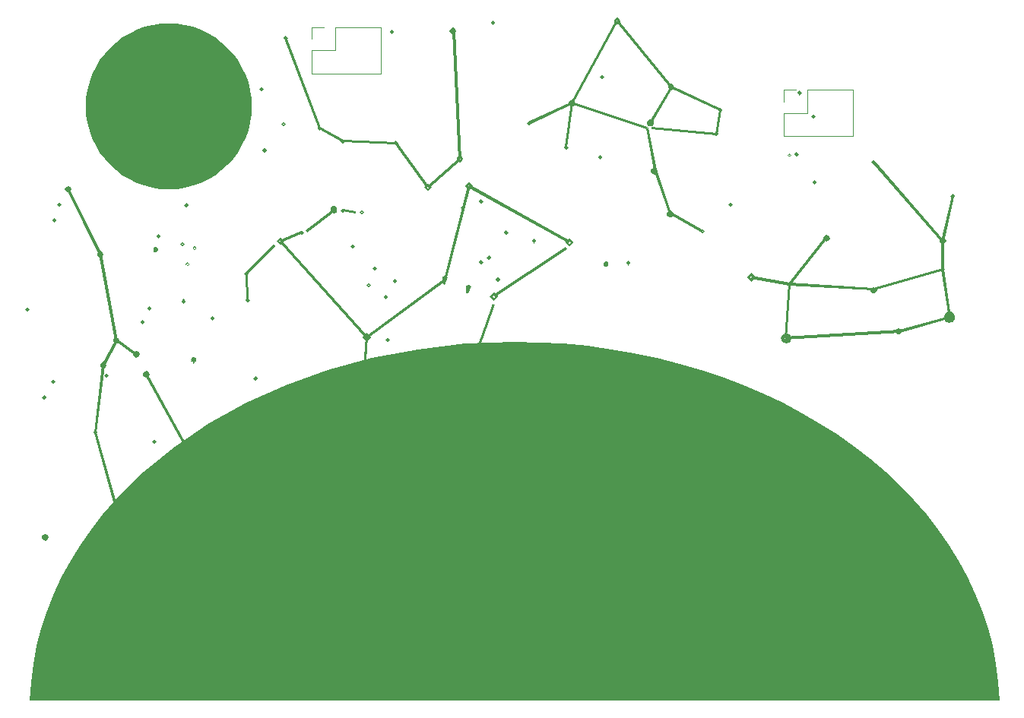
<source format=gto>
%TF.GenerationSoftware,KiCad,Pcbnew,(6.0.4-0)*%
%TF.CreationDate,2022-05-11T16:52:41-04:00*%
%TF.ProjectId,BaseBadge,42617365-4261-4646-9765-2e6b69636164,v02*%
%TF.SameCoordinates,Original*%
%TF.FileFunction,Legend,Top*%
%TF.FilePolarity,Positive*%
%FSLAX46Y46*%
G04 Gerber Fmt 4.6, Leading zero omitted, Abs format (unit mm)*
G04 Created by KiCad (PCBNEW (6.0.4-0)) date 2022-05-11 16:52:41*
%MOMM*%
%LPD*%
G01*
G04 APERTURE LIST*
%ADD10C,0.000000*%
%ADD11C,0.150000*%
%ADD12C,0.120000*%
G04 APERTURE END LIST*
D10*
G36*
X147307873Y-89220004D02*
G01*
X150053644Y-89271844D01*
X152764259Y-89425494D01*
X155436409Y-89678503D01*
X158066783Y-90028420D01*
X160652072Y-90472794D01*
X163188967Y-91009174D01*
X165674158Y-91635110D01*
X168104337Y-92348150D01*
X170476192Y-93145843D01*
X172786416Y-94025739D01*
X175031697Y-94985387D01*
X177208728Y-96022335D01*
X179314198Y-97134133D01*
X181344798Y-98318329D01*
X183297219Y-99572474D01*
X185168150Y-100894116D01*
X186954283Y-102280803D01*
X188652308Y-103730085D01*
X190258916Y-105239512D01*
X191770796Y-106806632D01*
X193184640Y-108428994D01*
X194497138Y-110104148D01*
X195704981Y-111829642D01*
X196804859Y-113603025D01*
X197793462Y-115421847D01*
X198667481Y-117283657D01*
X199423607Y-119186004D01*
X200058530Y-121126436D01*
X200568941Y-123102503D01*
X200951530Y-125111754D01*
X201202987Y-127151738D01*
X201320004Y-129220004D01*
X93319996Y-129185107D01*
X93439201Y-127118797D01*
X93692580Y-125080780D01*
X94076833Y-123073499D01*
X94588656Y-121099400D01*
X95224748Y-119160927D01*
X95981808Y-117260523D01*
X96856532Y-115400634D01*
X97845620Y-113583703D01*
X98945770Y-111812174D01*
X100153679Y-110088493D01*
X101466045Y-108415103D01*
X102879568Y-106794448D01*
X104390944Y-105228973D01*
X105996873Y-103721122D01*
X109479178Y-100888070D01*
X113300068Y-98314845D01*
X117433128Y-96021002D01*
X121851943Y-94026095D01*
X126530098Y-92349679D01*
X131441178Y-91011306D01*
X136558767Y-90030532D01*
X141856450Y-89426911D01*
X147307812Y-89219996D01*
X147307873Y-89220004D01*
G37*
D11*
%TO.C,*%
%TO.C,svg2mod*%
G36*
X107281516Y-78658563D02*
G01*
X107407111Y-78658563D01*
X107511869Y-78719335D01*
X107563380Y-78796891D01*
X107570326Y-78812508D01*
X107573231Y-78828717D01*
X107573231Y-78928845D01*
X107576135Y-78901079D01*
X107576135Y-78934852D01*
X107590024Y-78948750D01*
X107590616Y-79009519D01*
X107398463Y-79263604D01*
X107379364Y-79268820D01*
X107315120Y-79268820D01*
X107347531Y-79265353D01*
X107241615Y-79265353D01*
X107228882Y-79262389D01*
X107216726Y-79257174D01*
X107077820Y-79118268D01*
X107072032Y-79104962D01*
X107069128Y-79091064D01*
X107069128Y-78986882D01*
X107066224Y-79016981D01*
X107066224Y-78905263D01*
X107139729Y-78725264D01*
X107142040Y-78722301D01*
X107144944Y-78719930D01*
X107256069Y-78657422D01*
X107275168Y-78652206D01*
X107324346Y-78652192D01*
X107281516Y-78658563D01*
G37*
G36*
X112669939Y-108598669D02*
G01*
X112646209Y-108594609D01*
X112427431Y-108337635D01*
X112427436Y-108337629D01*
X112616113Y-108337629D01*
X112646209Y-108372353D01*
X112693669Y-108372353D01*
X112723765Y-108337629D01*
X112693669Y-108302324D01*
X112646209Y-108302324D01*
X112616113Y-108337629D01*
X112427436Y-108337629D01*
X112646209Y-108080080D01*
X112669939Y-108076020D01*
X112693669Y-108080074D01*
X112912446Y-108337629D01*
X112693669Y-108594603D01*
X112669939Y-108598669D01*
G37*
G36*
X182178557Y-77638768D02*
G01*
X178050726Y-82880744D01*
X177818057Y-82697272D01*
X181945888Y-77455297D01*
X182178557Y-77638768D01*
G37*
G36*
X107205715Y-100568157D02*
G01*
X107181406Y-100564097D01*
X106963208Y-100306539D01*
X106963216Y-100306530D01*
X107151889Y-100306530D01*
X107181406Y-100341839D01*
X107229445Y-100341839D01*
X107259541Y-100306530D01*
X107229445Y-100271806D01*
X107181406Y-100271806D01*
X107151889Y-100306530D01*
X106963216Y-100306530D01*
X107181406Y-100049565D01*
X107205715Y-100045505D01*
X107229445Y-100049565D01*
X107448222Y-100306539D01*
X107229445Y-100564097D01*
X107205715Y-100568157D01*
G37*
G36*
X117728372Y-84570190D02*
G01*
X117432039Y-84581184D01*
X117319755Y-81567498D01*
X117615511Y-81556504D01*
X117728372Y-84570190D01*
G37*
G36*
X93037856Y-85840014D02*
G01*
X93014126Y-85836547D01*
X92795353Y-85578998D01*
X92984030Y-85578998D01*
X93014126Y-85614303D01*
X93061586Y-85614303D01*
X93091682Y-85578998D01*
X93061586Y-85543693D01*
X93014126Y-85543693D01*
X92984030Y-85578998D01*
X92795353Y-85578998D01*
X92795348Y-85578992D01*
X93014126Y-85321437D01*
X93037856Y-85317970D01*
X93061586Y-85321437D01*
X93280364Y-85578992D01*
X93061586Y-85836547D01*
X93037856Y-85840014D01*
G37*
G36*
X164885886Y-60718830D02*
G01*
X164656690Y-60906932D01*
X158632210Y-53542586D01*
X158861406Y-53355062D01*
X164885886Y-60718830D01*
G37*
G36*
X143598580Y-73787593D02*
G01*
X143574844Y-73791066D01*
X143550545Y-73787593D01*
X143331765Y-73530038D01*
X143331766Y-73530037D01*
X143521030Y-73530037D01*
X143550545Y-73565343D01*
X143598583Y-73565343D01*
X143628098Y-73530037D01*
X143598583Y-73494732D01*
X143550545Y-73494732D01*
X143521030Y-73530037D01*
X143331766Y-73530037D01*
X143550545Y-73272483D01*
X143574844Y-73269010D01*
X143598580Y-73272483D01*
X143817357Y-73530038D01*
X143598583Y-73787590D01*
X143598580Y-73787593D01*
G37*
G36*
X153873515Y-62616636D02*
G01*
X153203869Y-67526972D01*
X152910431Y-67487037D01*
X153580073Y-62576701D01*
X153873515Y-62616636D01*
G37*
G36*
X134097316Y-66911734D02*
G01*
X134086322Y-67207488D01*
X128171811Y-66985238D01*
X128182805Y-66689484D01*
X134097316Y-66911734D01*
G37*
G36*
X95935788Y-93867637D02*
G01*
X95912057Y-93864170D01*
X95693284Y-93606620D01*
X95882540Y-93606620D01*
X95912057Y-93641926D01*
X95960096Y-93641926D01*
X95989613Y-93606620D01*
X95960096Y-93571315D01*
X95912057Y-93571315D01*
X95882540Y-93606620D01*
X95693284Y-93606620D01*
X95693280Y-93606615D01*
X95912057Y-93349059D01*
X95935788Y-93345592D01*
X95960096Y-93349059D01*
X96178873Y-93606615D01*
X95960096Y-93864170D01*
X95935788Y-93867637D01*
G37*
G36*
X187313445Y-83201385D02*
G01*
X187295517Y-83497141D01*
X177925709Y-82936884D01*
X177943074Y-82641129D01*
X187313445Y-83201385D01*
G37*
G36*
X131003759Y-88714800D02*
G01*
X130446397Y-96188534D01*
X130151220Y-96166546D01*
X130708003Y-88692812D01*
X131003759Y-88714800D01*
G37*
G36*
X128177085Y-67096942D02*
G01*
X128153349Y-67093469D01*
X127934572Y-66835914D01*
X128123254Y-66835914D01*
X128153349Y-66871219D01*
X128200810Y-66871219D01*
X128230906Y-66835914D01*
X128200810Y-66800609D01*
X128153349Y-66800609D01*
X128123254Y-66835914D01*
X127934572Y-66835914D01*
X128153349Y-66578359D01*
X128177085Y-66574886D01*
X128200822Y-66578359D01*
X128419599Y-66835914D01*
X128200822Y-67093469D01*
X128200810Y-67093471D01*
X128177085Y-67096942D01*
G37*
G36*
X139543611Y-82825255D02*
G01*
X139426118Y-82799208D01*
X139330622Y-82751747D01*
X139325406Y-82748784D01*
X139323754Y-82494701D01*
X139479408Y-82494701D01*
X139525710Y-82517845D01*
X139554661Y-82524216D01*
X139679676Y-82238302D01*
X139676208Y-82233679D01*
X139673245Y-82229619D01*
X139578335Y-82164804D01*
X139495617Y-82179258D01*
X139488090Y-82185629D01*
X139479408Y-82190844D01*
X139479408Y-82494701D01*
X139323754Y-82494701D01*
X139320191Y-81946597D01*
X139648937Y-81876568D01*
X139648949Y-81876630D01*
X139912291Y-82057207D01*
X139563288Y-82824663D01*
X139554661Y-82824922D01*
X139543611Y-82825255D01*
G37*
G36*
X104447199Y-112536648D02*
G01*
X104161862Y-112615941D01*
X100481425Y-99339977D01*
X100766762Y-99261262D01*
X104447199Y-112536648D01*
G37*
G36*
X164899776Y-60887254D02*
G01*
X162575992Y-64899329D01*
X162319592Y-64751162D01*
X164642801Y-60738508D01*
X164899776Y-60887254D01*
G37*
G36*
X153356736Y-62596958D02*
G01*
X153449340Y-62345769D01*
X153727153Y-62226541D01*
X154004387Y-62345769D01*
X154097569Y-62596958D01*
X154004387Y-62848147D01*
X153727153Y-62967375D01*
X153449340Y-62848147D01*
X153356736Y-62596959D01*
X153653054Y-62596959D01*
X153671012Y-62651364D01*
X153727153Y-62671044D01*
X153782715Y-62651364D01*
X153801236Y-62596959D01*
X153782715Y-62542554D01*
X153727153Y-62522875D01*
X153671012Y-62542554D01*
X153653054Y-62596959D01*
X153356736Y-62596959D01*
X153356736Y-62596958D01*
G37*
G36*
X177961017Y-82643446D02*
G01*
X177907769Y-82934570D01*
X173667076Y-82155536D01*
X173720902Y-81863834D01*
X177961017Y-82643446D01*
G37*
G36*
X176998002Y-88828246D02*
G01*
X177294335Y-88828246D01*
X177367840Y-89035448D01*
X177590668Y-89124579D01*
X177813496Y-89035448D01*
X177887002Y-88828246D01*
X177813496Y-88621043D01*
X177590668Y-88531912D01*
X177367840Y-88621043D01*
X177294335Y-88828246D01*
X176998002Y-88828246D01*
X177146746Y-88424260D01*
X177590668Y-88235579D01*
X178034590Y-88424260D01*
X178183335Y-88828246D01*
X178034590Y-89232231D01*
X177590668Y-89420912D01*
X177146746Y-89232231D01*
X176998002Y-88828246D01*
G37*
G36*
X173242317Y-82007977D02*
G01*
X173242342Y-82007950D01*
X173538657Y-82007950D01*
X173693769Y-82178689D01*
X173848882Y-82007950D01*
X173693769Y-81837209D01*
X173538657Y-82007950D01*
X173242342Y-82007950D01*
X173679871Y-81527013D01*
X173693769Y-81525828D01*
X173707667Y-81527013D01*
X174145224Y-82007977D01*
X173707667Y-82488938D01*
X173693769Y-82490123D01*
X173679871Y-82488938D01*
X173242317Y-82007977D01*
G37*
G36*
X195822624Y-86615006D02*
G01*
X190245536Y-88176543D01*
X190165665Y-87891207D01*
X195742750Y-86329670D01*
X195822624Y-86615006D01*
G37*
G36*
X105943404Y-92831641D02*
G01*
X106239736Y-92831641D01*
X106257679Y-92886045D01*
X106313821Y-92905721D01*
X106369383Y-92886045D01*
X106387904Y-92831641D01*
X106369383Y-92777234D01*
X106313821Y-92757557D01*
X106257679Y-92777234D01*
X106239736Y-92831641D01*
X105943404Y-92831641D01*
X106036008Y-92580451D01*
X106313821Y-92461224D01*
X106591054Y-92580451D01*
X106684237Y-92831641D01*
X106591054Y-93082828D01*
X106313821Y-93202057D01*
X106036008Y-93082828D01*
X105943404Y-92831641D01*
G37*
G36*
X159072132Y-93297029D02*
G01*
X159075599Y-93297029D01*
X159048988Y-93301089D01*
X159151431Y-93301089D01*
X159156646Y-93304052D01*
X159162424Y-93304052D01*
X159151431Y-93301089D01*
X159171700Y-93301089D01*
X159275301Y-93361280D01*
X159275893Y-93361873D01*
X159326827Y-93438848D01*
X159333761Y-93453902D01*
X159336725Y-93470675D01*
X159336725Y-93570803D01*
X159339688Y-93543036D01*
X159339688Y-93732873D01*
X159310736Y-93738652D01*
X159270222Y-93792478D01*
X159261539Y-93801160D01*
X159149836Y-93863669D01*
X159130752Y-93868884D01*
X159127789Y-93868884D01*
X159116202Y-93871848D01*
X159067005Y-93871848D01*
X159097104Y-93868884D01*
X158992356Y-93868884D01*
X158963997Y-93863106D01*
X158891069Y-93813912D01*
X158879482Y-93802325D01*
X158827393Y-93724188D01*
X158821022Y-93708571D01*
X158817555Y-93692362D01*
X158817555Y-93592234D01*
X158815184Y-93620000D01*
X158815184Y-93549363D01*
X158848175Y-93424349D01*
X158852798Y-93415103D01*
X158887525Y-93369379D01*
X158900830Y-93358385D01*
X159005587Y-93302823D01*
X159025264Y-93297044D01*
X159030479Y-93297044D01*
X159040317Y-93294081D01*
X159090653Y-93294066D01*
X159072132Y-93297029D01*
G37*
G36*
X144572068Y-84129771D02*
G01*
X144572095Y-84129741D01*
X144868407Y-84129741D01*
X145023520Y-84300480D01*
X145178632Y-84129741D01*
X145023520Y-83959003D01*
X144868407Y-84129741D01*
X144572095Y-84129741D01*
X145009622Y-83648807D01*
X145023520Y-83647622D01*
X145037418Y-83648807D01*
X145474975Y-84129771D01*
X145037418Y-84610735D01*
X145023520Y-84611920D01*
X145009622Y-84610735D01*
X144572068Y-84129771D01*
G37*
G36*
X195027446Y-81373619D02*
G01*
X195003147Y-81377679D01*
X194979410Y-81373619D01*
X194760633Y-81116064D01*
X194760641Y-81116055D01*
X194949312Y-81116055D01*
X194979410Y-81151360D01*
X195027449Y-81151360D01*
X195056964Y-81116055D01*
X195027449Y-81081328D01*
X194979410Y-81081328D01*
X194949312Y-81116055D01*
X194760641Y-81116055D01*
X194979410Y-80859087D01*
X195003147Y-80855027D01*
X195027446Y-80859087D01*
X195245642Y-81116064D01*
X195027449Y-81373616D01*
X195027446Y-81373619D01*
G37*
G36*
X140047713Y-99049431D02*
G01*
X139959737Y-99332453D01*
X130254821Y-96318764D01*
X130342796Y-96035745D01*
X140047713Y-99049431D01*
G37*
G36*
X119500662Y-68097645D02*
G01*
X119476926Y-68101696D01*
X119452626Y-68097645D01*
X119234431Y-67840669D01*
X119423111Y-67840669D01*
X119452626Y-67875396D01*
X119500665Y-67875396D01*
X119530763Y-67840669D01*
X119500665Y-67805364D01*
X119452626Y-67805364D01*
X119423111Y-67840669D01*
X119234431Y-67840669D01*
X119234430Y-67840668D01*
X119452626Y-67583113D01*
X119476926Y-67579062D01*
X119500662Y-67583113D01*
X119719439Y-67840668D01*
X119500665Y-68097642D01*
X119500662Y-68097645D01*
G37*
G36*
X164682794Y-75126880D02*
G01*
X164658495Y-75130931D01*
X164634759Y-75126880D01*
X164415983Y-74869325D01*
X164604660Y-74869325D01*
X164634759Y-74904631D01*
X164682797Y-74904631D01*
X164712312Y-74869325D01*
X164682797Y-74834599D01*
X164634759Y-74834599D01*
X164604660Y-74869325D01*
X164415983Y-74869325D01*
X164415982Y-74869324D01*
X164634759Y-74612348D01*
X164658495Y-74608297D01*
X164682794Y-74612348D01*
X164900991Y-74869324D01*
X164682797Y-75126876D01*
X164682794Y-75126880D01*
G37*
G36*
X94934505Y-95645637D02*
G01*
X94910197Y-95642170D01*
X94692002Y-95384620D01*
X94880679Y-95384620D01*
X94910197Y-95419926D01*
X94958235Y-95419926D01*
X94988332Y-95384620D01*
X94958235Y-95349315D01*
X94910197Y-95349315D01*
X94880679Y-95384620D01*
X94692002Y-95384620D01*
X94691998Y-95384615D01*
X94910197Y-95127059D01*
X94934505Y-95123592D01*
X94958235Y-95127059D01*
X95177013Y-95384615D01*
X94958235Y-95642170D01*
X94934505Y-95645637D01*
G37*
G36*
X195044749Y-81260171D02*
G01*
X187345870Y-83491350D01*
X187263104Y-83206595D01*
X194961983Y-80975412D01*
X195044749Y-81260171D01*
G37*
G36*
X187328567Y-83604802D02*
G01*
X187304267Y-83608861D01*
X187280531Y-83604802D01*
X187061754Y-83347824D01*
X187061762Y-83347815D01*
X187250435Y-83347815D01*
X187280531Y-83382543D01*
X187328570Y-83382543D01*
X187358084Y-83347815D01*
X187328570Y-83312510D01*
X187280531Y-83312510D01*
X187250435Y-83347815D01*
X187061762Y-83347815D01*
X187280531Y-83090269D01*
X187304267Y-83086209D01*
X187328567Y-83090269D01*
X187546766Y-83347824D01*
X187328570Y-83604798D01*
X187328567Y-83604802D01*
G37*
G36*
X163008413Y-70329407D02*
G01*
X162984677Y-70332880D01*
X162960378Y-70329407D01*
X162741598Y-70071851D01*
X162930863Y-70071851D01*
X162960378Y-70107156D01*
X163008416Y-70107156D01*
X163037931Y-70071851D01*
X163008416Y-70036545D01*
X162960378Y-70036545D01*
X162930863Y-70071851D01*
X162741598Y-70071851D01*
X162960378Y-69814296D01*
X162984677Y-69810823D01*
X163008413Y-69814296D01*
X163227190Y-70071851D01*
X163008416Y-70329403D01*
X163008413Y-70329407D01*
G37*
G36*
X182062291Y-77809506D02*
G01*
X182038554Y-77805455D01*
X181819775Y-77548479D01*
X182008456Y-77548479D01*
X182038554Y-77583206D01*
X182086012Y-77583206D01*
X182116108Y-77548479D01*
X182086012Y-77513174D01*
X182038554Y-77513174D01*
X182008456Y-77548479D01*
X181819775Y-77548479D01*
X182038554Y-77290923D01*
X182062291Y-77286873D01*
X182086027Y-77290923D01*
X182304804Y-77548479D01*
X182086027Y-77805455D01*
X182086012Y-77805458D01*
X182062291Y-77809506D01*
G37*
G36*
X125752522Y-65335726D02*
G01*
X125475290Y-65440485D01*
X121681992Y-55398142D01*
X121959224Y-55293383D01*
X125752522Y-65335726D01*
G37*
G36*
X196141588Y-73230231D02*
G01*
X196117289Y-73234282D01*
X196093552Y-73230231D01*
X195874775Y-72972676D01*
X196063457Y-72972676D01*
X196093552Y-73007981D01*
X196141591Y-73007981D01*
X196171106Y-72972676D01*
X196141591Y-72937949D01*
X196093552Y-72937949D01*
X196063457Y-72972676D01*
X195874775Y-72972676D01*
X196093552Y-72715699D01*
X196117289Y-72711648D01*
X196141588Y-72715699D01*
X196359787Y-72972676D01*
X196141591Y-73230227D01*
X196141588Y-73230231D01*
G37*
G36*
X120695756Y-78543396D02*
G01*
X117572104Y-81667048D01*
X117362587Y-81457532D01*
X120486240Y-78333879D01*
X120695756Y-78543396D01*
G37*
G36*
X134115914Y-67318613D02*
G01*
X134092177Y-67322086D01*
X134067878Y-67318613D01*
X133849098Y-67061058D01*
X134038363Y-67061058D01*
X134067878Y-67096363D01*
X134115917Y-67096363D01*
X134145431Y-67061058D01*
X134115917Y-67025752D01*
X134067878Y-67025752D01*
X134038363Y-67061058D01*
X133849098Y-67061058D01*
X134067878Y-66803503D01*
X134092177Y-66800030D01*
X134115914Y-66803503D01*
X134334691Y-67061058D01*
X134115917Y-67318610D01*
X134115914Y-67318613D01*
G37*
G36*
X131066335Y-83164361D02*
G01*
X131042599Y-83160302D01*
X130823822Y-82903324D01*
X130823830Y-82903315D01*
X131012504Y-82903315D01*
X131042599Y-82938043D01*
X131090060Y-82938043D01*
X131120155Y-82903315D01*
X131090060Y-82868010D01*
X131042599Y-82868010D01*
X131012504Y-82903315D01*
X130823830Y-82903315D01*
X131042599Y-82645769D01*
X131066335Y-82641709D01*
X131090072Y-82645769D01*
X131308849Y-82903324D01*
X131090072Y-83160302D01*
X131090060Y-83160304D01*
X131066335Y-83164361D01*
G37*
G36*
X128177085Y-74795819D02*
G01*
X128153349Y-74791768D01*
X127934573Y-74534793D01*
X128123254Y-74534793D01*
X128153349Y-74569519D01*
X128200810Y-74569519D01*
X128230906Y-74534793D01*
X128200810Y-74499487D01*
X128153349Y-74499487D01*
X128123254Y-74534793D01*
X127934573Y-74534793D01*
X127934572Y-74534792D01*
X128153349Y-74277237D01*
X128177085Y-74273186D01*
X128200822Y-74277237D01*
X128419599Y-74534792D01*
X128200822Y-74791768D01*
X128200810Y-74791770D01*
X128177085Y-74795819D01*
G37*
G36*
X129288335Y-78811376D02*
G01*
X129264599Y-78807316D01*
X129045822Y-78549761D01*
X129234504Y-78549761D01*
X129264599Y-78585066D01*
X129312060Y-78585066D01*
X129342156Y-78549761D01*
X129312060Y-78515037D01*
X129264599Y-78515037D01*
X129234504Y-78549761D01*
X129045822Y-78549761D01*
X129264599Y-78292785D01*
X129288335Y-78288734D01*
X129312072Y-78292785D01*
X129530849Y-78549761D01*
X129312072Y-78807316D01*
X129312060Y-78807318D01*
X129288335Y-78811376D01*
G37*
G36*
X140238131Y-103625813D02*
G01*
X136444833Y-109092932D01*
X136201745Y-108923927D01*
X139994465Y-103456809D01*
X140238131Y-103625813D01*
G37*
G36*
X159997619Y-80703959D02*
G01*
X159973883Y-80707426D01*
X159949584Y-80703959D01*
X159730812Y-80446410D01*
X159920069Y-80446410D01*
X159949584Y-80481715D01*
X159997622Y-80481715D01*
X160027137Y-80446410D01*
X159997622Y-80411105D01*
X159949584Y-80411105D01*
X159920069Y-80446410D01*
X159730812Y-80446410D01*
X159730807Y-80446404D01*
X159949584Y-80188849D01*
X159973883Y-80185382D01*
X159997619Y-80188849D01*
X160216396Y-80446404D01*
X159997622Y-80703956D01*
X159997619Y-80703959D01*
G37*
G36*
X164288078Y-74980450D02*
G01*
X164381263Y-74729261D01*
X164658495Y-74610033D01*
X164936308Y-74729261D01*
X165028912Y-74980450D01*
X164936308Y-75231639D01*
X164658495Y-75350867D01*
X164381263Y-75231639D01*
X164288078Y-74980451D01*
X164584412Y-74980451D01*
X164602933Y-75034856D01*
X164658495Y-75054536D01*
X164714638Y-75034856D01*
X164732567Y-74980451D01*
X164714638Y-74926046D01*
X164658495Y-74906367D01*
X164602933Y-74926046D01*
X164584412Y-74980451D01*
X164288078Y-74980451D01*
X164288078Y-74980450D01*
G37*
G36*
X181691874Y-77659604D02*
G01*
X181785059Y-77408416D01*
X182062291Y-77289188D01*
X182339525Y-77408416D01*
X182432707Y-77659604D01*
X182339525Y-77910793D01*
X182062291Y-78030021D01*
X181785059Y-77910793D01*
X181691875Y-77659606D01*
X181988193Y-77659606D01*
X182006150Y-77714011D01*
X182062291Y-77733690D01*
X182118434Y-77714011D01*
X182136362Y-77659606D01*
X182118434Y-77605201D01*
X182062291Y-77585521D01*
X182006150Y-77605201D01*
X181988193Y-77659606D01*
X181691875Y-77659606D01*
X181691874Y-77659604D01*
G37*
G36*
X139745660Y-103541311D02*
G01*
X139745661Y-103541308D01*
X140041993Y-103541308D01*
X140060514Y-103595712D01*
X140116077Y-103615388D01*
X140172220Y-103595712D01*
X140190148Y-103541308D01*
X140172220Y-103486904D01*
X140116077Y-103467228D01*
X140060514Y-103486904D01*
X140041993Y-103541308D01*
X139745661Y-103541308D01*
X139838845Y-103290121D01*
X140116077Y-103170894D01*
X140393889Y-103290121D01*
X140486493Y-103541311D01*
X140393889Y-103792501D01*
X140116077Y-103911728D01*
X139838845Y-103792501D01*
X139745660Y-103541311D01*
G37*
G36*
X127421773Y-115066488D02*
G01*
X127397474Y-115070547D01*
X127373738Y-115066488D01*
X127154961Y-114809510D01*
X127154969Y-114809501D01*
X127344223Y-114809501D01*
X127373738Y-114844229D01*
X127421776Y-114844229D01*
X127451291Y-114809501D01*
X127421776Y-114774196D01*
X127373738Y-114774196D01*
X127344223Y-114809501D01*
X127154969Y-114809501D01*
X127373738Y-114551955D01*
X127397474Y-114547895D01*
X127421773Y-114551955D01*
X127640550Y-114809510D01*
X127421776Y-115066484D01*
X127421773Y-115066488D01*
G37*
G36*
X123663141Y-77125973D02*
G01*
X121319100Y-78130728D01*
X121202187Y-77858125D01*
X123546228Y-76853369D01*
X123663141Y-77125973D01*
G37*
G36*
X195114778Y-77896903D02*
G01*
X194891373Y-78091950D01*
X187193071Y-69278927D01*
X187415902Y-69083880D01*
X195114778Y-77896903D01*
G37*
G36*
X140860383Y-68846582D02*
G01*
X141156702Y-68846582D01*
X141174659Y-68900987D01*
X141230800Y-68920667D01*
X141286362Y-68900987D01*
X141304883Y-68846582D01*
X141286362Y-68792178D01*
X141230800Y-68772498D01*
X141174659Y-68792178D01*
X141156702Y-68846582D01*
X140860383Y-68846582D01*
X140952987Y-68595393D01*
X141230800Y-68476165D01*
X141508034Y-68595393D01*
X141601216Y-68846582D01*
X141508034Y-69097771D01*
X141230800Y-69216998D01*
X140952987Y-69097771D01*
X140860383Y-68846582D01*
G37*
G36*
X168301821Y-76748032D02*
G01*
X168157128Y-77006166D01*
X164586080Y-75000128D01*
X164731352Y-74741994D01*
X168301821Y-76748032D01*
G37*
G36*
X194632730Y-77994137D02*
G01*
X194725912Y-77742948D01*
X195003147Y-77623720D01*
X195280378Y-77742948D01*
X195373563Y-77994137D01*
X195280378Y-78245326D01*
X195003147Y-78364553D01*
X194725912Y-78245326D01*
X194632730Y-77994138D01*
X194929075Y-77994138D01*
X194947003Y-78048543D01*
X195003147Y-78068223D01*
X195059287Y-78048543D01*
X195077215Y-77994138D01*
X195059287Y-77939733D01*
X195003147Y-77920054D01*
X194947003Y-77939733D01*
X194929075Y-77994138D01*
X194632730Y-77994138D01*
X194632730Y-77994137D01*
G37*
G36*
X162139594Y-65247752D02*
G01*
X162045253Y-65529037D01*
X153680205Y-62737601D01*
X153773964Y-62456315D01*
X162139594Y-65247752D01*
G37*
G36*
X142361071Y-83149506D02*
G01*
X142122532Y-83680936D01*
X142042258Y-83663224D01*
X141968717Y-83626487D01*
X141968717Y-83068634D01*
X142361071Y-83149506D01*
G37*
G36*
X110773290Y-74239038D02*
G01*
X110749560Y-74234987D01*
X110530782Y-73977432D01*
X110530783Y-73977431D01*
X110719463Y-73977431D01*
X110749560Y-74012737D01*
X110797598Y-74012737D01*
X110827116Y-73977431D01*
X110797598Y-73942126D01*
X110749560Y-73942126D01*
X110719463Y-73977431D01*
X110530783Y-73977431D01*
X110749560Y-73719876D01*
X110773290Y-73716403D01*
X110797598Y-73719876D01*
X111015797Y-73977432D01*
X110797598Y-74234987D01*
X110773290Y-74239038D01*
G37*
G36*
X125637986Y-65644213D02*
G01*
X125613687Y-65648264D01*
X125589950Y-65644213D01*
X125371173Y-65386658D01*
X125559855Y-65386658D01*
X125589950Y-65421964D01*
X125637989Y-65421964D01*
X125667504Y-65386658D01*
X125637989Y-65351932D01*
X125589950Y-65351932D01*
X125559855Y-65386658D01*
X125371173Y-65386658D01*
X125589950Y-65129681D01*
X125613687Y-65125631D01*
X125637986Y-65129681D01*
X125856185Y-65386658D01*
X125637989Y-65644210D01*
X125637986Y-65644213D01*
G37*
G36*
X153789593Y-62731234D02*
G01*
X148991539Y-64962416D01*
X148867102Y-64693864D01*
X153664576Y-62462682D01*
X153789593Y-62731234D01*
G37*
G36*
X142109905Y-83829932D02*
G01*
X141992415Y-83803884D01*
X141896916Y-83756427D01*
X141891700Y-83752959D01*
X141890051Y-83499476D01*
X142045725Y-83499476D01*
X142092027Y-83522620D01*
X142120950Y-83528991D01*
X142245967Y-83242496D01*
X142242500Y-83238436D01*
X142239536Y-83234376D01*
X142144642Y-83168989D01*
X142061935Y-83184032D01*
X142054408Y-83190403D01*
X142045725Y-83195619D01*
X142045725Y-83499476D01*
X141890051Y-83499476D01*
X141886485Y-82951354D01*
X142215228Y-82881322D01*
X142215240Y-82881289D01*
X142478582Y-83061869D01*
X142129582Y-83828747D01*
X142120950Y-83829267D01*
X142109905Y-83829932D01*
G37*
G36*
X195603998Y-87050927D02*
G01*
X195586633Y-87041682D01*
X195584855Y-87041089D01*
X195583077Y-87050927D01*
X195474266Y-87005206D01*
X195408285Y-86983781D01*
X195243334Y-86835036D01*
X195135682Y-86631307D01*
X195135682Y-86376037D01*
X195425096Y-86376037D01*
X195478922Y-86387031D01*
X195474862Y-86420599D01*
X195474862Y-86506258D01*
X195480077Y-86525371D01*
X195480077Y-86545640D01*
X195505532Y-86626667D01*
X195509592Y-86633038D01*
X195513059Y-86639409D01*
X195577304Y-86708864D01*
X195591202Y-86717546D01*
X195602196Y-86728540D01*
X195668756Y-86763845D01*
X195675690Y-86763845D01*
X195693618Y-86769624D01*
X195781016Y-86769624D01*
X195861464Y-86736055D01*
X195963907Y-86633035D01*
X195994583Y-86561266D01*
X195995176Y-86560673D01*
X195995176Y-86410729D01*
X195991709Y-86387585D01*
X196049008Y-86375998D01*
X196049008Y-86375406D01*
X196048415Y-86374813D01*
X195969122Y-86235907D01*
X195905458Y-86186132D01*
X195833689Y-86154300D01*
X195647322Y-86154300D01*
X195569211Y-86187356D01*
X195504966Y-86237708D01*
X195425096Y-86376037D01*
X195135682Y-86376037D01*
X195135682Y-86303720D01*
X195136274Y-86302534D01*
X195136274Y-86301349D01*
X195293701Y-86028743D01*
X195302947Y-86019497D01*
X195410021Y-85936154D01*
X195422763Y-85926908D01*
X195562248Y-85868453D01*
X195574397Y-85865490D01*
X195574391Y-85865626D01*
X195907766Y-85865626D01*
X195921664Y-85869094D01*
X196053627Y-85927551D01*
X196065214Y-85935641D01*
X196170552Y-86017248D01*
X196174611Y-86020715D01*
X196178671Y-86024775D01*
X196333784Y-86296800D01*
X196333784Y-86629017D01*
X196337844Y-86563616D01*
X196345963Y-86612813D01*
X196337844Y-86644067D01*
X196186785Y-86906251D01*
X196179851Y-86913185D01*
X196076250Y-86992478D01*
X196069315Y-86996538D01*
X195907260Y-87041682D01*
X195884116Y-87050927D01*
X195883523Y-87047964D01*
X195877745Y-87050334D01*
X195871374Y-87052705D01*
X195866158Y-87052705D01*
X195866751Y-87060795D01*
X195803084Y-87070041D01*
X195781016Y-87076190D01*
X195767778Y-87079879D01*
X195756784Y-87079879D01*
X195744042Y-87078101D01*
X195744042Y-87079879D01*
X195726114Y-87079879D01*
X195725521Y-87075256D01*
X195722054Y-87074663D01*
X195722054Y-87078131D01*
X195609234Y-87061618D01*
X195603405Y-87060765D01*
X195603900Y-87052560D01*
X195604493Y-87052560D01*
X195609234Y-87053153D01*
X195607456Y-87052560D01*
X195604493Y-87052560D01*
X195603900Y-87052560D01*
X195603998Y-87050927D01*
G37*
G36*
X118472169Y-93538920D02*
G01*
X118448433Y-93534860D01*
X118229656Y-93277883D01*
X118229664Y-93277874D01*
X118418337Y-93277874D01*
X118448433Y-93312602D01*
X118495893Y-93312602D01*
X118525989Y-93277874D01*
X118495893Y-93242569D01*
X118448433Y-93242569D01*
X118418337Y-93277874D01*
X118229664Y-93277874D01*
X118448433Y-93020328D01*
X118472169Y-93016268D01*
X118495905Y-93020328D01*
X118714682Y-93277883D01*
X118495905Y-93534860D01*
X118495893Y-93534862D01*
X118472169Y-93538920D01*
G37*
G36*
X152940589Y-78105260D02*
G01*
X153378143Y-77624297D01*
X153392041Y-77623142D01*
X153405939Y-77624297D01*
X153843493Y-78105260D01*
X153405939Y-78586222D01*
X153392041Y-78587407D01*
X153378143Y-78586222D01*
X152940591Y-78105262D01*
X153236931Y-78105262D01*
X153392041Y-78276001D01*
X153547154Y-78105262D01*
X153392041Y-77934523D01*
X153236931Y-78105262D01*
X152940591Y-78105262D01*
X152940589Y-78105260D01*
G37*
G36*
X129651738Y-74611770D02*
G01*
X129606592Y-74904631D01*
X128154443Y-74682381D01*
X128199589Y-74389520D01*
X129651738Y-74611770D01*
G37*
G36*
X133224004Y-89184776D02*
G01*
X133199704Y-89188836D01*
X133175968Y-89184776D01*
X132957191Y-88927802D01*
X132957196Y-88927796D01*
X133146453Y-88927796D01*
X133175968Y-88962520D01*
X133224007Y-88962520D01*
X133253521Y-88927796D01*
X133224007Y-88892491D01*
X133175968Y-88892491D01*
X133146453Y-88927796D01*
X132957196Y-88927796D01*
X133175968Y-88670247D01*
X133199704Y-88666187D01*
X133224004Y-88670247D01*
X133442781Y-88927802D01*
X133224007Y-89184773D01*
X133224004Y-89184776D01*
G37*
G36*
X141378317Y-68839636D02*
G01*
X141082565Y-68853526D01*
X140412920Y-54573384D01*
X140708675Y-54559495D01*
X141378317Y-68839636D01*
G37*
G36*
X101145351Y-91826884D02*
G01*
X101238534Y-91575694D01*
X101515767Y-91456467D01*
X101793580Y-91575694D01*
X101886184Y-91826884D01*
X101793580Y-92078652D01*
X101515767Y-92197301D01*
X101238534Y-92078652D01*
X101145355Y-91826896D01*
X101441684Y-91826896D01*
X101460205Y-91881300D01*
X101515767Y-91900976D01*
X101571909Y-91881300D01*
X101589852Y-91826896D01*
X101571909Y-91773070D01*
X101515767Y-91752801D01*
X101460205Y-91773070D01*
X101441684Y-91826896D01*
X101145355Y-91826896D01*
X101145351Y-91826884D01*
G37*
G36*
X117604010Y-84831805D02*
G01*
X117580274Y-84835865D01*
X117555974Y-84831805D01*
X117337778Y-84574250D01*
X117337786Y-84574241D01*
X117526460Y-84574241D01*
X117555974Y-84609546D01*
X117604013Y-84609546D01*
X117634112Y-84574241D01*
X117604013Y-84539514D01*
X117555974Y-84539514D01*
X117526460Y-84574241D01*
X117337786Y-84574241D01*
X117555974Y-84317273D01*
X117580274Y-84313213D01*
X117604010Y-84317273D01*
X117822787Y-84574250D01*
X117604013Y-84831802D01*
X117604010Y-84831805D01*
G37*
G36*
X123628490Y-77245780D02*
G01*
X123604754Y-77249253D01*
X123580455Y-77245780D01*
X123362256Y-76988225D01*
X123362257Y-76988224D01*
X123550940Y-76988224D01*
X123580455Y-77023529D01*
X123628493Y-77023529D01*
X123658589Y-76988224D01*
X123628493Y-76952919D01*
X123580455Y-76952919D01*
X123550940Y-76988224D01*
X123362257Y-76988224D01*
X123580455Y-76730669D01*
X123604754Y-76727196D01*
X123628490Y-76730669D01*
X123847267Y-76988225D01*
X123628493Y-77245776D01*
X123628490Y-77245780D01*
G37*
G36*
X115760603Y-110682829D02*
G01*
X115760604Y-110682826D01*
X116056936Y-110682826D01*
X116075457Y-110737230D01*
X116131020Y-110756906D01*
X116187161Y-110737230D01*
X116205104Y-110682826D01*
X116187161Y-110628422D01*
X116131020Y-110608745D01*
X116075457Y-110628422D01*
X116056936Y-110682826D01*
X115760604Y-110682826D01*
X115853786Y-110431639D01*
X116131020Y-110312412D01*
X116408833Y-110431639D01*
X116501437Y-110682829D01*
X116408833Y-110934019D01*
X116131020Y-111053245D01*
X115853786Y-110934019D01*
X115760603Y-110682829D01*
G37*
G36*
X159167625Y-93462899D02*
G01*
X159191332Y-93498459D01*
X159191332Y-93611065D01*
X159176515Y-93614029D01*
X159176515Y-93670332D01*
X159158735Y-93694039D01*
X159111322Y-93720709D01*
X159101773Y-93720709D01*
X159096505Y-93723672D01*
X159022422Y-93723672D01*
X158986862Y-93699965D01*
X158963155Y-93664405D01*
X158963155Y-93551799D01*
X158977972Y-93495495D01*
X158995752Y-93471789D01*
X159046128Y-93445119D01*
X159055346Y-93445119D01*
X159060945Y-93442155D01*
X159132065Y-93442155D01*
X159167625Y-93462899D01*
G37*
G36*
X121844703Y-55604185D02*
G01*
X121820967Y-55608236D01*
X121796667Y-55604185D01*
X121577890Y-55347209D01*
X121767153Y-55347209D01*
X121796667Y-55381936D01*
X121844706Y-55381936D01*
X121874221Y-55347209D01*
X121844706Y-55311904D01*
X121796667Y-55311904D01*
X121767153Y-55347209D01*
X121577890Y-55347209D01*
X121796667Y-55089653D01*
X121820967Y-55085603D01*
X121844703Y-55089653D01*
X122063480Y-55347209D01*
X121844706Y-55604182D01*
X121844703Y-55604185D01*
G37*
G36*
X179048605Y-61742106D02*
G01*
X179024868Y-61738633D01*
X178806091Y-61481078D01*
X178994779Y-61481078D01*
X179024874Y-61516383D01*
X179072335Y-61516383D01*
X179102431Y-61481078D01*
X179072335Y-61445773D01*
X179024874Y-61445773D01*
X178994779Y-61481078D01*
X178806091Y-61481078D01*
X179024868Y-61223523D01*
X179048605Y-61220050D01*
X179072341Y-61223523D01*
X179291118Y-61481078D01*
X179072341Y-61738633D01*
X179072335Y-61738634D01*
X179048605Y-61742106D01*
G37*
G36*
X152076490Y-103127484D02*
G01*
X152052754Y-103131544D01*
X152028454Y-103127484D01*
X151810258Y-102869932D01*
X151998940Y-102869932D01*
X152028454Y-102905237D01*
X152076493Y-102905237D01*
X152106589Y-102869932D01*
X152076493Y-102834624D01*
X152028454Y-102834624D01*
X151998940Y-102869932D01*
X151810258Y-102869932D01*
X151810255Y-102869929D01*
X152028454Y-102612371D01*
X152052754Y-102608904D01*
X152076490Y-102612371D01*
X152295267Y-102869929D01*
X152076493Y-103127481D01*
X152076490Y-103127484D01*
G37*
G36*
X153464320Y-77974459D02*
G01*
X153319626Y-78233172D01*
X142162561Y-71986442D01*
X142307254Y-71727729D01*
X153464320Y-77974459D01*
G37*
G36*
X171367668Y-74126176D02*
G01*
X171343932Y-74122125D01*
X171125156Y-73865149D01*
X171313836Y-73865149D01*
X171343932Y-73899875D01*
X171391393Y-73899875D01*
X171421488Y-73865149D01*
X171391393Y-73829843D01*
X171343932Y-73829843D01*
X171313836Y-73865149D01*
X171125156Y-73865149D01*
X171125155Y-73865148D01*
X171343932Y-73607593D01*
X171367668Y-73603542D01*
X171391405Y-73607593D01*
X171610182Y-73865148D01*
X171391405Y-74122125D01*
X171391393Y-74122127D01*
X171367668Y-74126176D01*
G37*
G36*
X128249942Y-66708583D02*
G01*
X128104090Y-66966138D01*
X125540691Y-65517462D01*
X125686543Y-65259328D01*
X128249942Y-66708583D01*
G37*
G36*
X140140376Y-103797138D02*
G01*
X140116077Y-103801198D01*
X140092340Y-103797138D01*
X139873564Y-103539583D01*
X139873572Y-103539574D01*
X140062826Y-103539574D01*
X140092340Y-103574880D01*
X140140379Y-103574880D01*
X140169894Y-103539574D01*
X140140379Y-103504847D01*
X140092340Y-103504847D01*
X140062826Y-103539574D01*
X139873572Y-103539574D01*
X140092340Y-103282606D01*
X140116077Y-103278546D01*
X140140376Y-103282606D01*
X140359153Y-103539583D01*
X140140379Y-103797135D01*
X140140376Y-103797138D01*
G37*
G36*
X106980571Y-107929030D02*
G01*
X106956262Y-107924970D01*
X106738064Y-107667415D01*
X106738072Y-107667406D01*
X106926745Y-107667406D01*
X106956262Y-107702711D01*
X107004301Y-107702711D01*
X107034397Y-107667406D01*
X107004301Y-107632679D01*
X106956262Y-107632679D01*
X106926745Y-107667406D01*
X106738072Y-107667406D01*
X106956262Y-107410437D01*
X106980571Y-107406378D01*
X107004301Y-107410437D01*
X107223078Y-107667415D01*
X107004301Y-107924970D01*
X106980571Y-107929030D01*
G37*
G36*
X131994120Y-95319214D02*
G01*
X131970383Y-95322681D01*
X131946084Y-95319214D01*
X131727312Y-95061665D01*
X131916569Y-95061665D01*
X131946084Y-95096970D01*
X131994122Y-95096970D01*
X132023637Y-95061665D01*
X131994122Y-95026359D01*
X131946084Y-95026359D01*
X131916569Y-95061665D01*
X131727312Y-95061665D01*
X131727307Y-95061659D01*
X131946084Y-94804103D01*
X131970383Y-94800636D01*
X131994120Y-94804103D01*
X132212897Y-95061659D01*
X131994122Y-95319210D01*
X131994120Y-95319214D01*
G37*
G36*
X178081980Y-82799708D02*
G01*
X177634585Y-88824189D01*
X177339410Y-88802201D01*
X177786802Y-82777721D01*
X178081980Y-82799708D01*
G37*
G36*
X127038075Y-74863537D02*
G01*
X126916531Y-74788297D01*
X126839555Y-74667911D01*
X126812031Y-74538831D01*
X127101321Y-74538831D01*
X127108848Y-74551564D01*
X127114064Y-74570085D01*
X127114656Y-74571241D01*
X127122746Y-74578765D01*
X127129680Y-74585711D01*
X127145297Y-74590343D01*
X127160914Y-74599025D01*
X127171345Y-74601337D01*
X127201482Y-74601337D01*
X127225781Y-74587447D01*
X127240242Y-74566031D01*
X127249488Y-74535935D01*
X127249488Y-74420761D01*
X127246525Y-74407449D01*
X127240746Y-74396452D01*
X127236686Y-74384878D01*
X127228597Y-74372144D01*
X127226226Y-74369833D01*
X127224448Y-74367521D01*
X127211706Y-74359420D01*
X127203616Y-74357108D01*
X127196089Y-74353057D01*
X127177568Y-74349584D01*
X127144100Y-74349584D01*
X127126776Y-74359398D01*
X127109411Y-74381392D01*
X127101321Y-74411488D01*
X127101321Y-74538831D01*
X126812031Y-74538831D01*
X126805987Y-74510484D01*
X126804801Y-74527268D01*
X126804801Y-74417301D01*
X126855154Y-74226884D01*
X126860370Y-74217623D01*
X126907250Y-74159746D01*
X126911893Y-74154536D01*
X127080317Y-74057302D01*
X127098245Y-74053251D01*
X127173553Y-74053244D01*
X127311881Y-74082761D01*
X127438054Y-74163790D01*
X127510401Y-74279545D01*
X127545706Y-74425975D01*
X127545706Y-74537691D01*
X127490143Y-74725215D01*
X127488958Y-74727526D01*
X127444392Y-74791770D01*
X127431650Y-74803345D01*
X127280591Y-74890161D01*
X127258011Y-74897685D01*
X127179876Y-74897685D01*
X127038075Y-74863537D01*
G37*
G36*
X157597058Y-80412379D02*
G01*
X157614838Y-80433122D01*
X157614838Y-80510592D01*
X157620765Y-80516096D01*
X157620765Y-80628702D01*
X157591132Y-80658336D01*
X157552608Y-80679079D01*
X157478525Y-80679079D01*
X157419258Y-80643519D01*
X157392588Y-80607959D01*
X157377772Y-80566472D01*
X157377772Y-80477572D01*
X157395552Y-80439049D01*
X157400738Y-80433122D01*
X157484452Y-80433122D01*
X157493342Y-80477572D01*
X157579278Y-80477572D01*
X157582242Y-80480324D01*
X157582242Y-80471646D01*
X157564462Y-80450902D01*
X157540755Y-80433122D01*
X157484452Y-80433122D01*
X157400738Y-80433122D01*
X157416295Y-80415342D01*
X157478525Y-80382746D01*
X157546682Y-80382746D01*
X157597058Y-80412379D01*
G37*
G36*
X96606010Y-74126176D02*
G01*
X96581702Y-74122125D01*
X96362926Y-73865149D01*
X96552184Y-73865149D01*
X96581702Y-73899875D01*
X96629741Y-73899875D01*
X96659258Y-73865149D01*
X96629741Y-73829843D01*
X96581702Y-73829843D01*
X96552184Y-73865149D01*
X96362926Y-73865149D01*
X96362925Y-73865148D01*
X96581702Y-73607593D01*
X96606010Y-73603542D01*
X96629741Y-73607593D01*
X96848518Y-73865148D01*
X96629741Y-74122125D01*
X96606010Y-74126176D01*
G37*
G36*
X140226046Y-92421883D02*
G01*
X140202310Y-92417823D01*
X139983533Y-92160268D01*
X139983541Y-92160259D01*
X140172214Y-92160259D01*
X140202310Y-92195564D01*
X140249768Y-92195564D01*
X140279866Y-92160259D01*
X140249768Y-92125532D01*
X140202310Y-92125532D01*
X140172214Y-92160259D01*
X139983541Y-92160259D01*
X140202310Y-91903291D01*
X140226046Y-91899231D01*
X140249782Y-91903291D01*
X140468562Y-92160268D01*
X140249782Y-92417823D01*
X140249768Y-92417826D01*
X140226046Y-92421883D01*
G37*
G36*
X170381942Y-63403193D02*
G01*
X169937442Y-66079454D01*
X169645163Y-66030836D01*
X170089663Y-63354576D01*
X170381942Y-63403193D01*
G37*
G36*
X116261176Y-110608745D02*
G01*
X116001306Y-110751125D01*
X106183527Y-92902829D01*
X106443397Y-92760450D01*
X116261176Y-110608745D01*
G37*
G36*
X158876454Y-53520013D02*
G01*
X153856730Y-62668147D01*
X153596861Y-62525769D01*
X158617162Y-53377635D01*
X158876454Y-53520013D01*
G37*
G36*
X133668504Y-54934542D02*
G01*
X133644204Y-54938592D01*
X133620468Y-54934542D01*
X133401691Y-54677565D01*
X133590953Y-54677565D01*
X133620468Y-54712292D01*
X133668507Y-54712292D01*
X133698021Y-54677565D01*
X133668507Y-54642260D01*
X133620468Y-54642260D01*
X133590953Y-54677565D01*
X133401691Y-54677565D01*
X133620468Y-54420010D01*
X133644204Y-54415959D01*
X133668504Y-54420010D01*
X133887281Y-54677565D01*
X133668507Y-54934538D01*
X133668504Y-54934542D01*
G37*
G36*
X177741730Y-68399188D02*
G01*
X177830858Y-68399188D01*
X177856906Y-68466904D01*
X177934462Y-68502789D01*
X178012016Y-68466904D01*
X178038063Y-68399188D01*
X178012016Y-68330892D01*
X177934462Y-68295587D01*
X177856906Y-68330892D01*
X177830858Y-68399188D01*
X177741730Y-68399188D01*
X177790347Y-68270121D01*
X177934462Y-68206455D01*
X178078575Y-68270121D01*
X178127195Y-68399188D01*
X178078575Y-68528255D01*
X177934462Y-68591920D01*
X177790347Y-68528255D01*
X177741730Y-68399188D01*
G37*
G36*
X139794825Y-82144936D02*
G01*
X139556285Y-82676366D01*
X139476012Y-82658654D01*
X139402471Y-82621917D01*
X139402471Y-82064064D01*
X139794825Y-82144936D01*
G37*
G36*
X178740702Y-68545039D02*
G01*
X178716966Y-68549090D01*
X178692667Y-68545039D01*
X178473891Y-68288063D01*
X178663152Y-68288063D01*
X178692667Y-68322789D01*
X178740705Y-68322789D01*
X178770220Y-68288063D01*
X178740705Y-68252757D01*
X178692667Y-68252757D01*
X178663152Y-68288063D01*
X178473891Y-68288063D01*
X178473890Y-68288062D01*
X178692667Y-68030507D01*
X178716966Y-68026456D01*
X178740702Y-68030507D01*
X178959479Y-68288062D01*
X178740705Y-68545035D01*
X178740702Y-68545039D01*
G37*
G36*
X140011326Y-99658864D02*
G01*
X139819749Y-99614299D01*
X139564509Y-99363109D01*
X139528476Y-99190139D01*
X139819705Y-99190139D01*
X139829543Y-99237597D01*
X139834166Y-99245716D01*
X139837129Y-99254399D01*
X139926260Y-99341796D01*
X139937847Y-99345856D01*
X139948278Y-99352227D01*
X139996317Y-99363221D01*
X140062870Y-99363221D01*
X140132903Y-99322129D01*
X140164157Y-99280455D01*
X140190205Y-99188432D01*
X140190205Y-99076726D01*
X140190797Y-99074948D01*
X140177492Y-99019967D01*
X140172869Y-99010721D01*
X140169906Y-99001475D01*
X140080775Y-98912344D01*
X140072092Y-98909381D01*
X140063409Y-98905321D01*
X140006110Y-98891423D01*
X140004913Y-98892078D01*
X139945300Y-98892078D01*
X139874112Y-98933748D01*
X139844597Y-98973685D01*
X139819705Y-99066867D01*
X139819705Y-99190139D01*
X139528476Y-99190139D01*
X139523997Y-99168640D01*
X139523404Y-99179071D01*
X139523404Y-99066195D01*
X139587071Y-98824843D01*
X139591694Y-98816753D01*
X139654781Y-98731673D01*
X139663463Y-98722990D01*
X139873558Y-98601449D01*
X139893827Y-98595671D01*
X140001479Y-98595531D01*
X140186109Y-98638360D01*
X140443087Y-98895338D01*
X140486493Y-99081702D01*
X140486493Y-99196424D01*
X140419934Y-99430830D01*
X140415311Y-99438357D01*
X140353961Y-99521700D01*
X140346434Y-99529227D01*
X140130550Y-99654241D01*
X140112029Y-99659457D01*
X140003799Y-99659457D01*
X140011326Y-99658864D01*
G37*
G36*
X148953400Y-65086852D02*
G01*
X148929101Y-65090903D01*
X148905365Y-65086852D01*
X148686589Y-64829876D01*
X148875269Y-64829876D01*
X148905365Y-64864602D01*
X148953403Y-64864602D01*
X148982918Y-64829876D01*
X148953403Y-64794571D01*
X148905365Y-64794571D01*
X148875269Y-64829876D01*
X148686589Y-64829876D01*
X148686588Y-64829875D01*
X148905365Y-64572320D01*
X148929101Y-64568269D01*
X148953400Y-64572320D01*
X149171600Y-64829875D01*
X148953403Y-65086848D01*
X148953400Y-65086852D01*
G37*
G36*
X140203981Y-103660538D02*
G01*
X133844970Y-108345731D01*
X133669022Y-108106696D01*
X140028614Y-103422084D01*
X140203981Y-103660538D01*
G37*
G36*
X156847335Y-68884201D02*
G01*
X156823599Y-68880150D01*
X156604822Y-68622595D01*
X156793503Y-68622595D01*
X156823599Y-68657901D01*
X156871060Y-68657901D01*
X156901155Y-68622595D01*
X156871060Y-68587869D01*
X156823599Y-68587869D01*
X156793503Y-68622595D01*
X156604822Y-68622595D01*
X156823599Y-68365618D01*
X156847335Y-68361567D01*
X156871071Y-68365618D01*
X157089848Y-68622595D01*
X156871071Y-68880150D01*
X156871060Y-68880152D01*
X156847335Y-68884201D01*
G37*
G36*
X96048650Y-75912859D02*
G01*
X96024919Y-75909386D01*
X95806142Y-75651830D01*
X95994823Y-75651830D01*
X96024919Y-75687136D01*
X96072379Y-75687136D01*
X96102475Y-75651830D01*
X96072379Y-75616525D01*
X96024919Y-75616525D01*
X95994823Y-75651830D01*
X95806142Y-75651830D01*
X96024919Y-75394275D01*
X96048649Y-75390802D01*
X96072380Y-75394275D01*
X96291157Y-75651830D01*
X96072380Y-75909386D01*
X96072379Y-75909386D01*
X96048650Y-75912859D01*
G37*
G36*
X177116650Y-88813198D02*
G01*
X177412999Y-88813198D01*
X177430927Y-88867602D01*
X177487067Y-88887278D01*
X177542630Y-88867602D01*
X177561150Y-88813198D01*
X177542630Y-88758791D01*
X177487067Y-88739114D01*
X177430927Y-88758791D01*
X177412999Y-88813198D01*
X177116650Y-88813198D01*
X177209255Y-88562008D01*
X177487067Y-88442781D01*
X177764302Y-88562008D01*
X177857484Y-88813198D01*
X177764302Y-89064385D01*
X177487067Y-89183614D01*
X177209255Y-89064385D01*
X177116650Y-88813198D01*
G37*
G36*
X195151242Y-81117792D02*
G01*
X194854909Y-81117792D01*
X194854909Y-77994137D01*
X195151242Y-77994137D01*
X195151242Y-81117792D01*
G37*
G36*
X143598580Y-80594008D02*
G01*
X143574844Y-80598067D01*
X143550545Y-80594008D01*
X143331765Y-80337030D01*
X143331773Y-80337021D01*
X143521030Y-80337021D01*
X143550545Y-80371749D01*
X143598583Y-80371749D01*
X143628098Y-80337021D01*
X143598583Y-80301716D01*
X143550545Y-80301716D01*
X143521030Y-80337021D01*
X143331773Y-80337021D01*
X143550545Y-80079475D01*
X143574844Y-80075415D01*
X143598580Y-80079475D01*
X143817357Y-80337030D01*
X143598583Y-80594004D01*
X143598580Y-80594008D01*
G37*
G36*
X158376463Y-53448824D02*
G01*
X158469645Y-53197635D01*
X158746879Y-53078407D01*
X159024111Y-53197635D01*
X159117296Y-53448824D01*
X159024111Y-53700013D01*
X158746879Y-53819241D01*
X158469645Y-53700013D01*
X158376463Y-53448825D01*
X158672808Y-53448825D01*
X158690736Y-53503230D01*
X158746879Y-53522910D01*
X158803020Y-53503230D01*
X158820948Y-53448825D01*
X158803020Y-53394420D01*
X158746879Y-53374741D01*
X158690736Y-53394420D01*
X158672808Y-53448825D01*
X158376463Y-53448825D01*
X158376463Y-53448824D01*
G37*
G36*
X164798492Y-74821865D02*
G01*
X164518943Y-74919679D01*
X162844544Y-70122204D01*
X163124093Y-70024391D01*
X164798492Y-74821865D01*
G37*
G36*
X121583669Y-65200871D02*
G01*
X121559933Y-65196820D01*
X121341156Y-64939265D01*
X121529837Y-64939265D01*
X121559933Y-64974570D01*
X121607393Y-64974570D01*
X121637489Y-64939265D01*
X121607393Y-64903959D01*
X121559933Y-64903959D01*
X121529837Y-64939265D01*
X121341156Y-64939265D01*
X121559933Y-64681710D01*
X121583669Y-64678237D01*
X121607405Y-64681710D01*
X121826182Y-64939265D01*
X121607405Y-65196820D01*
X121607393Y-65196822D01*
X121583669Y-65200871D01*
G37*
G36*
X130298880Y-75018069D02*
G01*
X130275143Y-75014018D01*
X130056367Y-74757043D01*
X130245048Y-74757043D01*
X130275143Y-74791769D01*
X130322601Y-74791769D01*
X130352700Y-74757043D01*
X130322601Y-74721737D01*
X130275143Y-74721737D01*
X130245048Y-74757043D01*
X130056367Y-74757043D01*
X130056366Y-74757042D01*
X130275143Y-74499487D01*
X130298880Y-74495436D01*
X130322616Y-74499487D01*
X130541396Y-74757042D01*
X130322616Y-75014018D01*
X130322601Y-75014021D01*
X130298880Y-75018069D01*
G37*
G36*
X129847428Y-96178729D02*
G01*
X129847453Y-96178702D01*
X130143767Y-96178702D01*
X130298880Y-96349440D01*
X130453989Y-96178702D01*
X130298880Y-96007964D01*
X130143767Y-96178702D01*
X129847453Y-96178702D01*
X130284981Y-95697765D01*
X130298880Y-95696579D01*
X130312778Y-95697765D01*
X130750331Y-96178729D01*
X130312778Y-96659689D01*
X130298880Y-96660875D01*
X130284981Y-96659689D01*
X129847428Y-96178729D01*
G37*
G36*
X157096780Y-59954266D02*
G01*
X157072480Y-59958317D01*
X157048744Y-59954266D01*
X156829968Y-59697290D01*
X157018645Y-59697290D01*
X157048744Y-59732017D01*
X157096783Y-59732017D01*
X157126297Y-59697290D01*
X157096783Y-59661985D01*
X157048744Y-59661985D01*
X157018645Y-59697290D01*
X156829968Y-59697290D01*
X156829967Y-59697289D01*
X157048744Y-59439734D01*
X157072480Y-59435683D01*
X157096780Y-59439734D01*
X157314976Y-59697289D01*
X157096783Y-59954263D01*
X157096780Y-59954266D01*
G37*
G36*
X97239770Y-72191907D02*
G01*
X97332953Y-71940718D01*
X97610187Y-71821491D01*
X97887999Y-71940718D01*
X97980603Y-72191907D01*
X97887999Y-72443096D01*
X97610187Y-72562324D01*
X97332953Y-72443096D01*
X97239770Y-72191908D01*
X97536103Y-72191908D01*
X97554624Y-72246313D01*
X97610187Y-72265993D01*
X97666328Y-72246313D01*
X97684271Y-72191908D01*
X97666328Y-72137503D01*
X97610187Y-72117824D01*
X97554624Y-72137503D01*
X97536103Y-72191908D01*
X97239770Y-72191908D01*
X97239770Y-72191907D01*
G37*
G36*
X137126690Y-93979360D02*
G01*
X137102391Y-93983420D01*
X137078654Y-93979360D01*
X136859877Y-93722383D01*
X136859885Y-93722374D01*
X137049139Y-93722374D01*
X137078654Y-93757102D01*
X137126693Y-93757102D01*
X137156208Y-93722374D01*
X137126693Y-93687069D01*
X137078654Y-93687069D01*
X137049139Y-93722374D01*
X136859885Y-93722374D01*
X137078654Y-93464828D01*
X137102391Y-93460768D01*
X137126690Y-93464828D01*
X137345467Y-93722383D01*
X137126693Y-93979357D01*
X137126690Y-93979360D01*
G37*
G36*
X153139627Y-78897028D02*
G01*
X145105637Y-84251863D01*
X144941264Y-84005305D01*
X152975254Y-78650470D01*
X153139627Y-78897028D01*
G37*
G36*
X162116503Y-96436266D02*
G01*
X162092204Y-96440326D01*
X162068468Y-96436266D01*
X161849691Y-96178711D01*
X161849699Y-96178702D01*
X162038953Y-96178702D01*
X162068468Y-96214007D01*
X162116506Y-96214007D01*
X162146021Y-96178702D01*
X162116506Y-96143975D01*
X162068468Y-96143975D01*
X162038953Y-96178702D01*
X161849699Y-96178702D01*
X162068468Y-95921734D01*
X162092204Y-95917674D01*
X162116503Y-95921734D01*
X162335280Y-96178711D01*
X162116506Y-96436262D01*
X162116503Y-96436266D01*
G37*
G36*
X137208300Y-71968498D02*
G01*
X137645854Y-71487535D01*
X137659752Y-71486379D01*
X137673650Y-71487535D01*
X138111207Y-71968498D01*
X137673650Y-72449461D01*
X137659752Y-72450617D01*
X137645854Y-72449461D01*
X137208302Y-71968500D01*
X137504639Y-71968500D01*
X137659752Y-72139239D01*
X137814865Y-71968500D01*
X137659752Y-71797761D01*
X137504639Y-71968500D01*
X137208302Y-71968500D01*
X137208300Y-71968498D01*
G37*
G36*
X142378442Y-71893838D02*
G01*
X139699868Y-82381259D01*
X139412795Y-82307754D01*
X142091370Y-71820333D01*
X142378442Y-71893838D01*
G37*
G36*
X136347093Y-109273503D02*
G01*
X136323357Y-109276970D01*
X136299058Y-109273503D01*
X136080863Y-109015954D01*
X136269543Y-109015954D01*
X136299058Y-109051259D01*
X136347096Y-109051259D01*
X136377192Y-109015954D01*
X136347096Y-108980649D01*
X136299058Y-108980649D01*
X136269543Y-109015954D01*
X136080863Y-109015954D01*
X136080858Y-109015948D01*
X136299058Y-108758393D01*
X136323357Y-108754925D01*
X136347093Y-108758393D01*
X136565870Y-109015948D01*
X136347096Y-109273499D01*
X136347093Y-109273503D01*
G37*
G36*
X107656002Y-77697225D02*
G01*
X107632272Y-77693173D01*
X107413496Y-77435618D01*
X107602175Y-77435618D01*
X107632272Y-77470923D01*
X107679732Y-77470923D01*
X107709828Y-77435618D01*
X107679732Y-77400892D01*
X107632272Y-77400892D01*
X107602175Y-77435618D01*
X107413496Y-77435618D01*
X107413495Y-77435617D01*
X107632272Y-77178641D01*
X107656002Y-77174590D01*
X107679733Y-77178642D01*
X107898510Y-77435619D01*
X107679733Y-77693174D01*
X107679732Y-77693174D01*
X107656002Y-77697225D01*
G37*
G36*
X127039720Y-74876271D02*
G01*
X124251179Y-76995169D01*
X124072335Y-76759029D01*
X126860879Y-74640130D01*
X127039720Y-74876271D01*
G37*
G36*
X121583669Y-100820855D02*
G01*
X121583669Y-100974949D01*
X121551072Y-101051995D01*
X121503659Y-101081629D01*
X121429576Y-101081629D01*
X121394016Y-101057922D01*
X121370309Y-101022362D01*
X121370309Y-100868269D01*
X121402906Y-100791222D01*
X121453282Y-100761589D01*
X121524402Y-100761589D01*
X121583669Y-100820855D01*
G37*
G36*
X149486463Y-78254006D02*
G01*
X149462726Y-78249955D01*
X149243949Y-77992979D01*
X149432631Y-77992979D01*
X149462726Y-78027706D01*
X149510184Y-78027706D01*
X149540283Y-77992979D01*
X149510184Y-77957674D01*
X149462726Y-77957674D01*
X149432631Y-77992979D01*
X149243949Y-77992979D01*
X149462726Y-77735423D01*
X149486463Y-77731373D01*
X149510199Y-77735423D01*
X149728979Y-77992979D01*
X149510199Y-78249955D01*
X149510184Y-78249958D01*
X149486463Y-78254006D01*
G37*
G36*
X139556493Y-82344620D02*
G01*
X139643887Y-82463850D01*
X130943728Y-88823442D01*
X130856333Y-88703634D01*
X130768935Y-88583827D01*
X139469098Y-82224816D01*
X139556493Y-82344620D01*
G37*
G36*
X113674694Y-86844798D02*
G01*
X113650386Y-86840738D01*
X113432187Y-86583761D01*
X113432195Y-86583752D01*
X113620868Y-86583752D01*
X113650386Y-86618479D01*
X113698424Y-86618479D01*
X113728521Y-86583752D01*
X113698424Y-86548447D01*
X113650386Y-86548447D01*
X113620868Y-86583752D01*
X113432195Y-86583752D01*
X113650386Y-86326205D01*
X113674694Y-86322146D01*
X113698425Y-86326205D01*
X113917202Y-86583761D01*
X113698425Y-86840738D01*
X113698424Y-86840738D01*
X113674694Y-86844798D01*
G37*
G36*
X117491715Y-81821014D02*
G01*
X117467415Y-81825074D01*
X117443679Y-81821014D01*
X117224902Y-81563459D01*
X117224910Y-81563450D01*
X117413580Y-81563450D01*
X117443679Y-81598755D01*
X117491717Y-81598755D01*
X117521232Y-81563450D01*
X117491717Y-81528723D01*
X117443679Y-81528723D01*
X117413580Y-81563450D01*
X117224910Y-81563450D01*
X117443679Y-81306482D01*
X117467415Y-81302422D01*
X117491715Y-81306482D01*
X117709911Y-81563459D01*
X117491717Y-81821011D01*
X117491715Y-81821014D01*
G37*
G36*
X103933894Y-112576582D02*
G01*
X103933895Y-112576579D01*
X104230227Y-112576579D01*
X104248748Y-112630986D01*
X104304310Y-112650663D01*
X104360452Y-112630986D01*
X104378395Y-112576579D01*
X104360452Y-112522176D01*
X104304310Y-112502499D01*
X104248748Y-112522176D01*
X104230227Y-112576579D01*
X103933895Y-112576579D01*
X104027077Y-112325395D01*
X104304310Y-112206166D01*
X104582123Y-112325395D01*
X104674727Y-112576582D01*
X104582123Y-112827772D01*
X104304310Y-112946999D01*
X104027077Y-112827772D01*
X103933894Y-112576582D01*
G37*
G36*
X133793458Y-108370039D02*
G01*
X124980437Y-110601221D01*
X124907509Y-110314148D01*
X133720534Y-108082388D01*
X133793458Y-108370039D01*
G37*
G36*
X104825788Y-90600458D02*
G01*
X105122121Y-90600458D01*
X105140642Y-90654862D01*
X105196204Y-90674539D01*
X105252346Y-90654862D01*
X105270289Y-90600458D01*
X105252346Y-90546051D01*
X105196204Y-90526375D01*
X105140642Y-90546051D01*
X105122121Y-90600458D01*
X104825788Y-90600458D01*
X104918971Y-90349268D01*
X105196204Y-90230041D01*
X105474017Y-90349268D01*
X105566621Y-90600458D01*
X105474017Y-90851645D01*
X105196204Y-90970875D01*
X104918971Y-90851645D01*
X104825788Y-90600458D01*
G37*
G36*
X133757072Y-108485790D02*
G01*
X133733335Y-108482323D01*
X133514558Y-108224767D01*
X133703240Y-108224767D01*
X133733335Y-108260073D01*
X133780796Y-108260073D01*
X133810892Y-108224767D01*
X133780796Y-108189462D01*
X133733335Y-108189462D01*
X133703240Y-108224767D01*
X133514558Y-108224767D01*
X133733335Y-107967212D01*
X133757066Y-107963739D01*
X133780808Y-107967212D01*
X133999585Y-108224767D01*
X133780808Y-108482323D01*
X133780796Y-108482324D01*
X133757072Y-108485790D01*
G37*
G36*
X165574690Y-108594609D02*
G01*
X165550390Y-108598669D01*
X165526654Y-108594609D01*
X165307877Y-108337635D01*
X165307882Y-108337629D01*
X165497139Y-108337629D01*
X165526654Y-108372353D01*
X165574692Y-108372353D01*
X165604207Y-108337629D01*
X165574692Y-108302324D01*
X165526654Y-108302324D01*
X165497139Y-108337629D01*
X165307882Y-108337629D01*
X165526654Y-108080080D01*
X165550390Y-108076020D01*
X165574690Y-108080080D01*
X165793467Y-108337635D01*
X165574692Y-108594606D01*
X165574690Y-108594609D01*
G37*
G36*
X195412338Y-86472627D02*
G01*
X195412339Y-86472624D01*
X195708687Y-86472624D01*
X195726615Y-86527031D01*
X195782755Y-86546707D01*
X195838318Y-86527031D01*
X195856838Y-86472624D01*
X195838318Y-86418220D01*
X195782755Y-86398543D01*
X195726615Y-86418220D01*
X195708687Y-86472624D01*
X195412339Y-86472624D01*
X195504943Y-86221440D01*
X195782755Y-86102210D01*
X196059990Y-86221440D01*
X196153172Y-86472627D01*
X196059990Y-86723817D01*
X195782755Y-86843043D01*
X195504943Y-86723817D01*
X195412338Y-86472627D01*
G37*
G36*
X100810818Y-79443393D02*
G01*
X101107150Y-79443393D01*
X101125093Y-79497797D01*
X101181235Y-79517473D01*
X101236797Y-79497797D01*
X101255318Y-79443393D01*
X101236797Y-79388986D01*
X101181235Y-79369309D01*
X101125093Y-79388986D01*
X101107150Y-79443393D01*
X100810818Y-79443393D01*
X100903422Y-79192203D01*
X101181235Y-79072976D01*
X101458468Y-79192203D01*
X101551652Y-79443393D01*
X101458468Y-79694580D01*
X101181235Y-79813809D01*
X100903422Y-79694580D01*
X100810818Y-79443393D01*
G37*
G36*
X162504291Y-70182976D02*
G01*
X162597476Y-69931787D01*
X162874708Y-69812559D01*
X163151942Y-69931787D01*
X163245124Y-70182976D01*
X163151942Y-70434164D01*
X162874708Y-70553392D01*
X162597476Y-70434164D01*
X162504291Y-70182977D01*
X162800610Y-70182977D01*
X162818567Y-70237382D01*
X162874708Y-70257061D01*
X162930851Y-70237382D01*
X162948779Y-70182977D01*
X162930851Y-70128572D01*
X162874708Y-70108892D01*
X162818567Y-70128572D01*
X162800610Y-70182977D01*
X162504291Y-70182977D01*
X162504291Y-70182976D01*
G37*
G36*
X119166113Y-61294133D02*
G01*
X119141814Y-61297606D01*
X119118078Y-61294133D01*
X118899301Y-61036578D01*
X119087982Y-61036578D01*
X119118078Y-61071883D01*
X119166116Y-61071883D01*
X119195631Y-61036578D01*
X119166116Y-61001273D01*
X119118078Y-61001273D01*
X119087982Y-61036578D01*
X118899301Y-61036578D01*
X119118078Y-60779023D01*
X119141814Y-60775550D01*
X119166113Y-60779023D01*
X119384313Y-61036578D01*
X119166116Y-61294130D01*
X119166113Y-61294133D01*
G37*
G36*
X195981115Y-86057529D02*
G01*
X196072978Y-86128649D01*
X196191511Y-86336082D01*
X196191511Y-86587966D01*
X196194475Y-86605746D01*
X196081868Y-86801326D01*
X195992968Y-86869482D01*
X195832102Y-86913932D01*
X195844801Y-86913932D01*
X195817021Y-86918099D01*
X195767755Y-86931712D01*
X195747011Y-86928600D01*
X195817021Y-86918099D01*
X195832102Y-86913932D01*
X195827021Y-86913932D01*
X195933701Y-86869482D01*
X196025565Y-86798362D01*
X196093721Y-86709462D01*
X196138171Y-86602782D01*
X196155951Y-86484249D01*
X196138171Y-86365716D01*
X196138171Y-86602782D01*
X196093721Y-86706499D01*
X195933701Y-86866519D01*
X195827021Y-86910969D01*
X195649221Y-86910969D01*
X195634975Y-86906390D01*
X195498091Y-86833922D01*
X195382521Y-86709462D01*
X195332145Y-86546479D01*
X195332145Y-86368679D01*
X195317328Y-86487212D01*
X195332145Y-86605746D01*
X195376595Y-86709462D01*
X195444751Y-86801326D01*
X195533651Y-86869482D01*
X195579215Y-86888467D01*
X195634975Y-86906390D01*
X195649221Y-86913932D01*
X195747011Y-86928600D01*
X195735158Y-86930378D01*
X195744048Y-86931712D01*
X195726268Y-86931712D01*
X195735158Y-86930378D01*
X195625515Y-86913932D01*
X195640331Y-86913932D01*
X195579215Y-86888467D01*
X195483275Y-86857629D01*
X195358815Y-86745022D01*
X195278805Y-86593892D01*
X195278805Y-86342009D01*
X195400301Y-86131612D01*
X195495128Y-86057529D01*
X195607735Y-86010116D01*
X195874435Y-86010116D01*
X195981115Y-86057529D01*
G37*
G36*
X153081247Y-67763113D02*
G01*
X153057510Y-67766586D01*
X153033211Y-67763113D01*
X152814431Y-67505558D01*
X153003696Y-67505558D01*
X153033211Y-67540863D01*
X153081250Y-67540863D01*
X153110764Y-67505558D01*
X153081250Y-67470252D01*
X153033211Y-67470252D01*
X153003696Y-67505558D01*
X152814431Y-67505558D01*
X153033211Y-67248003D01*
X153057510Y-67244529D01*
X153081247Y-67248003D01*
X153300024Y-67505558D01*
X153081250Y-67763110D01*
X153081247Y-67763113D01*
G37*
G36*
X133979316Y-82716966D02*
G01*
X133955579Y-82712906D01*
X133736803Y-82455351D01*
X133736811Y-82455342D01*
X133925490Y-82455342D01*
X133955585Y-82490648D01*
X134003040Y-82490648D01*
X134033136Y-82455342D01*
X134003040Y-82420615D01*
X133955585Y-82420615D01*
X133925490Y-82455342D01*
X133736811Y-82455342D01*
X133955579Y-82198374D01*
X133979316Y-82194314D01*
X134003052Y-82198374D01*
X134221829Y-82455351D01*
X134003052Y-82712906D01*
X134003040Y-82712909D01*
X133979316Y-82716966D01*
G37*
G36*
X180746740Y-71668693D02*
G01*
X180723003Y-71672744D01*
X180698704Y-71668693D01*
X180480505Y-71411138D01*
X180669189Y-71411138D01*
X180698704Y-71446444D01*
X180746743Y-71446444D01*
X180776838Y-71411138D01*
X180746743Y-71376412D01*
X180698704Y-71376412D01*
X180669189Y-71411138D01*
X180480505Y-71411138D01*
X180698704Y-71154161D01*
X180723003Y-71150110D01*
X180746740Y-71154161D01*
X180965517Y-71411138D01*
X180746743Y-71668690D01*
X180746740Y-71668693D01*
G37*
G36*
X145495211Y-82490656D02*
G01*
X145470912Y-82494716D01*
X145447176Y-82490656D01*
X145228399Y-82233101D01*
X145228407Y-82233092D01*
X145417077Y-82233092D01*
X145447176Y-82268398D01*
X145495214Y-82268398D01*
X145524729Y-82233092D01*
X145495214Y-82198365D01*
X145447176Y-82198365D01*
X145417077Y-82233092D01*
X145228407Y-82233092D01*
X145447176Y-81976124D01*
X145470912Y-81972064D01*
X145495211Y-81976124D01*
X145713407Y-82233101D01*
X145495214Y-82490653D01*
X145495211Y-82490656D01*
G37*
G36*
X111706276Y-91458786D02*
G01*
X111653608Y-91541121D01*
X111613093Y-91604457D01*
X111487456Y-91800863D01*
X111487456Y-91468614D01*
X111613093Y-91468614D01*
X111651871Y-91462243D01*
X111631036Y-91462243D01*
X111613093Y-91468614D01*
X111487456Y-91468614D01*
X111487456Y-91449545D01*
X111470318Y-91443129D01*
X111706276Y-91443129D01*
X111718432Y-91436195D01*
X111714959Y-91436195D01*
X111706276Y-91443129D01*
X111470318Y-91443129D01*
X111459674Y-91439144D01*
X111188229Y-91439144D01*
X111195234Y-91433884D01*
X111722483Y-91433884D01*
X111741004Y-91422890D01*
X111725956Y-91428105D01*
X111722483Y-91433884D01*
X111195234Y-91433884D01*
X111285423Y-91366160D01*
X111802933Y-91366160D01*
X111806984Y-91360381D01*
X111806993Y-91360352D01*
X111805244Y-91361537D01*
X111802933Y-91366160D01*
X111285423Y-91366160D01*
X111346235Y-91320495D01*
X111351444Y-91330926D01*
X111347971Y-91318776D01*
X111348564Y-91318776D01*
X111347408Y-91316998D01*
X111339884Y-91288046D01*
X111143679Y-91288046D01*
X111226421Y-91226130D01*
X111653608Y-91226130D01*
X111660554Y-91224945D01*
X111653608Y-91205269D01*
X111653608Y-91226130D01*
X111226421Y-91226130D01*
X111275169Y-91189652D01*
X111312709Y-91189652D01*
X111313865Y-91206454D01*
X111313865Y-91193712D01*
X111312709Y-91189652D01*
X111275169Y-91189652D01*
X111313839Y-91160715D01*
X111313839Y-91135260D01*
X111314432Y-91160152D01*
X111315024Y-91159559D01*
X111315024Y-91097051D01*
X111319656Y-91069847D01*
X111333545Y-91045548D01*
X111372902Y-90991722D01*
X111382163Y-90981291D01*
X111474767Y-90908366D01*
X111561506Y-90908357D01*
X111647165Y-90908357D01*
X111664527Y-90912417D01*
X111797646Y-90985345D01*
X111803433Y-90991123D01*
X111809220Y-90997494D01*
X111875201Y-91119616D01*
X111878105Y-91130047D01*
X111879853Y-91141041D01*
X111879853Y-91244642D01*
X111881602Y-91222654D01*
X111881602Y-91295579D01*
X111855557Y-91333199D01*
X111802933Y-91382383D01*
X111767004Y-91415964D01*
X111732277Y-91436234D01*
X111720703Y-91436234D01*
X111706276Y-91458786D01*
G37*
G36*
X150959453Y-97437544D02*
G01*
X150935716Y-97441603D01*
X150911417Y-97437544D01*
X150692640Y-97180569D01*
X150692645Y-97180563D01*
X150881902Y-97180563D01*
X150911417Y-97215288D01*
X150959456Y-97215288D01*
X150988970Y-97180563D01*
X150959456Y-97145258D01*
X150911417Y-97145258D01*
X150881902Y-97180563D01*
X150692645Y-97180563D01*
X150911417Y-96923014D01*
X150935716Y-96918954D01*
X150959453Y-96923014D01*
X151178230Y-97180569D01*
X150959456Y-97437540D01*
X150959453Y-97437544D01*
G37*
G36*
X140549002Y-54825733D02*
G01*
X140525266Y-54822260D01*
X140306489Y-54564705D01*
X140306490Y-54564704D01*
X140495170Y-54564704D01*
X140525266Y-54600010D01*
X140572726Y-54600010D01*
X140602822Y-54564704D01*
X140572726Y-54529399D01*
X140525266Y-54529399D01*
X140495170Y-54564704D01*
X140306490Y-54564704D01*
X140525266Y-54307149D01*
X140549002Y-54303676D01*
X140572738Y-54307149D01*
X140791515Y-54564705D01*
X140572738Y-54822260D01*
X140572726Y-54822262D01*
X140549002Y-54825733D01*
G37*
G36*
X124944041Y-110717574D02*
G01*
X124920305Y-110713514D01*
X124701525Y-110455956D01*
X124701533Y-110455947D01*
X124890207Y-110455947D01*
X124920305Y-110491255D01*
X124967763Y-110491255D01*
X124997859Y-110455947D01*
X124967763Y-110421223D01*
X124920305Y-110421223D01*
X124890207Y-110455947D01*
X124701533Y-110455947D01*
X124920305Y-110198982D01*
X124944041Y-110194922D01*
X124967778Y-110198982D01*
X125186555Y-110455956D01*
X124967778Y-110713514D01*
X124967763Y-110713516D01*
X124944041Y-110717574D01*
G37*
G36*
X168229546Y-77139862D02*
G01*
X168205809Y-77135812D01*
X167987032Y-76878835D01*
X168175714Y-76878835D01*
X168205809Y-76913562D01*
X168253267Y-76913562D01*
X168283366Y-76878835D01*
X168253267Y-76843530D01*
X168205809Y-76843530D01*
X168175714Y-76878835D01*
X167987032Y-76878835D01*
X168205809Y-76621280D01*
X168229546Y-76617229D01*
X168253282Y-76621280D01*
X168472062Y-76878835D01*
X168253282Y-77135812D01*
X168253267Y-77135814D01*
X168229546Y-77139862D01*
G37*
G36*
X189722392Y-88034164D02*
G01*
X189722393Y-88034161D01*
X190018725Y-88034161D01*
X190037246Y-88088568D01*
X190092808Y-88108244D01*
X190148952Y-88088568D01*
X190166880Y-88034161D01*
X190148952Y-87979757D01*
X190092808Y-87960081D01*
X190037246Y-87979757D01*
X190018725Y-88034161D01*
X189722393Y-88034161D01*
X189815577Y-87782977D01*
X190092808Y-87663747D01*
X190370621Y-87782977D01*
X190463225Y-88034164D01*
X190370621Y-88285354D01*
X190092808Y-88404581D01*
X189815577Y-88285354D01*
X189722392Y-88034164D01*
G37*
G36*
X103110805Y-89011717D02*
G01*
X102819102Y-89065543D01*
X101035314Y-79470596D01*
X101327017Y-79416189D01*
X103110805Y-89011717D01*
G37*
G36*
X190214862Y-88181753D02*
G01*
X177496259Y-88961364D01*
X177477739Y-88665609D01*
X190196341Y-87885997D01*
X190214862Y-88181753D01*
G37*
G36*
X140080772Y-54566440D02*
G01*
X140173954Y-54314673D01*
X140451188Y-54196024D01*
X140728423Y-54314673D01*
X140821605Y-54566440D01*
X140728423Y-54817630D01*
X140451188Y-54936857D01*
X140173954Y-54817630D01*
X140080772Y-54566441D01*
X140377090Y-54566441D01*
X140395048Y-54620268D01*
X140451188Y-54640525D01*
X140507329Y-54620268D01*
X140525257Y-54566441D01*
X140507329Y-54512037D01*
X140451188Y-54492357D01*
X140395048Y-54512037D01*
X140377090Y-54566441D01*
X140080772Y-54566441D01*
X140080772Y-54566440D01*
G37*
G36*
X111695026Y-91092232D02*
G01*
X111733549Y-91163352D01*
X111733549Y-91249289D01*
X111692062Y-91287812D01*
X111672307Y-91287812D01*
X111650576Y-91305592D01*
X111609089Y-91320409D01*
X111564639Y-91320409D01*
X111526116Y-91305592D01*
X111499446Y-91284849D01*
X111478702Y-91255216D01*
X111469812Y-91222619D01*
X111529079Y-91222619D01*
X111529079Y-91249289D01*
X111546859Y-91272996D01*
X111570566Y-91290776D01*
X111632796Y-91290776D01*
X111635759Y-91288554D01*
X111635759Y-91287812D01*
X111579456Y-91287812D01*
X111549822Y-91258179D01*
X111529079Y-91222619D01*
X111469812Y-91222619D01*
X111460922Y-91190022D01*
X111460922Y-91121866D01*
X111484629Y-91089269D01*
X111526116Y-91056672D01*
X111629832Y-91056672D01*
X111695026Y-91092232D01*
G37*
G36*
X101663286Y-91844827D02*
G01*
X100771392Y-99317983D01*
X100476795Y-99283256D01*
X101368689Y-91809522D01*
X101663286Y-91844827D01*
G37*
G36*
X196261914Y-73006245D02*
G01*
X195147769Y-78026548D01*
X194858382Y-77962304D01*
X195972527Y-72942580D01*
X196261914Y-73006245D01*
G37*
G36*
X190229406Y-88289989D02*
G01*
X190205670Y-88294048D01*
X190181371Y-88289989D01*
X189963172Y-88032433D01*
X189963176Y-88032428D01*
X190151856Y-88032428D01*
X190181371Y-88067733D01*
X190229409Y-88067733D01*
X190259505Y-88032428D01*
X190229409Y-87997703D01*
X190181371Y-87997703D01*
X190151856Y-88032428D01*
X189963176Y-88032428D01*
X190181371Y-87775459D01*
X190205670Y-87771399D01*
X190229406Y-87775459D01*
X190448183Y-88032433D01*
X190229409Y-88289985D01*
X190229406Y-88289989D01*
G37*
G36*
X110693419Y-80560430D02*
G01*
X110782551Y-80560430D01*
X110808595Y-80628148D01*
X110886152Y-80664031D01*
X110963707Y-80628148D01*
X110989752Y-80560430D01*
X110963707Y-80492712D01*
X110886152Y-80456829D01*
X110808595Y-80492712D01*
X110782551Y-80560430D01*
X110693419Y-80560430D01*
X110742036Y-80431362D01*
X110886152Y-80367698D01*
X111030267Y-80431362D01*
X111078884Y-80560430D01*
X111030267Y-80689498D01*
X110886152Y-80753162D01*
X110742036Y-80689498D01*
X110693419Y-80560430D01*
G37*
G36*
X120392554Y-100338952D02*
G01*
X120368818Y-100343012D01*
X120344518Y-100338952D01*
X120126319Y-100081397D01*
X120126327Y-100081388D01*
X120315004Y-100081388D01*
X120344518Y-100116693D01*
X120392557Y-100116693D01*
X120422653Y-100081388D01*
X120392557Y-100046661D01*
X120344518Y-100046661D01*
X120315004Y-100081388D01*
X120126327Y-100081388D01*
X120344518Y-99824420D01*
X120368818Y-99820360D01*
X120392554Y-99824420D01*
X120611331Y-100081397D01*
X120392557Y-100338949D01*
X120392554Y-100338952D01*
G37*
G36*
X131771870Y-81263653D02*
G01*
X131748133Y-81267713D01*
X131723834Y-81263653D01*
X131505057Y-81006675D01*
X131505064Y-81006667D01*
X131694319Y-81006667D01*
X131723834Y-81041394D01*
X131771872Y-81041394D01*
X131801387Y-81006667D01*
X131771872Y-80971361D01*
X131723834Y-80971361D01*
X131694319Y-81006667D01*
X131505064Y-81006667D01*
X131723834Y-80749120D01*
X131748133Y-80745061D01*
X131771870Y-80749120D01*
X131990647Y-81006675D01*
X131771872Y-81263649D01*
X131771870Y-81263653D01*
G37*
G36*
X94673477Y-111014467D02*
G01*
X94766660Y-110763277D01*
X95043894Y-110644050D01*
X95321706Y-110763277D01*
X95414310Y-111014467D01*
X95321706Y-111266235D01*
X95043894Y-111384884D01*
X94766660Y-111266235D01*
X94673481Y-111014479D01*
X94969810Y-111014479D01*
X94988331Y-111068883D01*
X95043894Y-111088559D01*
X95100035Y-111068883D01*
X95117978Y-111014479D01*
X95100035Y-110960653D01*
X95043894Y-110940384D01*
X94988331Y-110960653D01*
X94969810Y-111014479D01*
X94673481Y-111014479D01*
X94673477Y-111014467D01*
G37*
G36*
X107404119Y-78821069D02*
G01*
X107427826Y-78856629D01*
X107427826Y-78995906D01*
X107442642Y-79010722D01*
X107359669Y-79120366D01*
X107273732Y-79120366D01*
X107214466Y-79061099D01*
X107214466Y-78907006D01*
X107247062Y-78826996D01*
X107294476Y-78800326D01*
X107368559Y-78800326D01*
X107404119Y-78821069D01*
G37*
G36*
X162596202Y-64608922D02*
G01*
X162640652Y-64644482D01*
X162679175Y-64694859D01*
X162702882Y-64754126D01*
X162702882Y-64881549D01*
X162643615Y-64979339D01*
X162599165Y-65014899D01*
X162528460Y-65033505D01*
X162492485Y-65047496D01*
X162403585Y-65047496D01*
X162385146Y-65041569D01*
X162497818Y-65041569D01*
X162504338Y-65041569D01*
X162513802Y-65037362D01*
X162497818Y-65041569D01*
X162385146Y-65041569D01*
X162320612Y-65020826D01*
X162258382Y-64964522D01*
X162216895Y-64887476D01*
X162216895Y-64857842D01*
X162270235Y-64857842D01*
X162270235Y-64887476D01*
X162290978Y-64940816D01*
X162326538Y-64985266D01*
X162370988Y-65017862D01*
X162413048Y-65036556D01*
X162384233Y-65020420D01*
X162551922Y-65020420D01*
X162557678Y-65017862D01*
X162602128Y-64982302D01*
X162637688Y-64937852D01*
X162661395Y-64884512D01*
X162661395Y-64765979D01*
X162646578Y-64774869D01*
X162646578Y-64893402D01*
X162622872Y-64946742D01*
X162551922Y-65020420D01*
X162384233Y-65020420D01*
X162353208Y-65003046D01*
X162296905Y-64940816D01*
X162270235Y-64857842D01*
X162216895Y-64857842D01*
X162216895Y-64757089D01*
X162282088Y-64647446D01*
X162329502Y-64608922D01*
X162394695Y-64582252D01*
X162531008Y-64582252D01*
X162596202Y-64608922D01*
G37*
G36*
X111475924Y-78773748D02*
G01*
X111564478Y-78773748D01*
X111591101Y-78841466D01*
X111668078Y-78877349D01*
X111745634Y-78841466D01*
X111772256Y-78773748D01*
X111745634Y-78706032D01*
X111668078Y-78670146D01*
X111591101Y-78706032D01*
X111564478Y-78773748D01*
X111475924Y-78773748D01*
X111524541Y-78644683D01*
X111668078Y-78581015D01*
X111812193Y-78644683D01*
X111860810Y-78773748D01*
X111812193Y-78902816D01*
X111668078Y-78966480D01*
X111524541Y-78902816D01*
X111475924Y-78773748D01*
G37*
G36*
X141783524Y-71858530D02*
G01*
X142221078Y-71377567D01*
X142234976Y-71376412D01*
X142248874Y-71377567D01*
X142686428Y-71858530D01*
X142248874Y-72339493D01*
X142234976Y-72340649D01*
X142221078Y-72339493D01*
X141783526Y-71858532D01*
X142079866Y-71858532D01*
X142234976Y-72029271D01*
X142390088Y-71858532D01*
X142234976Y-71687793D01*
X142079866Y-71858532D01*
X141783526Y-71858532D01*
X141783524Y-71858530D01*
G37*
G36*
X157693106Y-80761412D02*
G01*
X157577927Y-80823343D01*
X157443653Y-80823343D01*
X157440689Y-80822750D01*
X157437726Y-80821565D01*
X157312709Y-80746323D01*
X157307968Y-80741582D01*
X157267453Y-80687175D01*
X157263393Y-80681396D01*
X157260430Y-80675025D01*
X157253332Y-80655346D01*
X157705659Y-80655346D01*
X157714341Y-80644352D01*
X157709126Y-80648974D01*
X157705659Y-80655346D01*
X157253332Y-80655346D01*
X157232663Y-80598047D01*
X157229196Y-80582430D01*
X157229196Y-80522236D01*
X157230382Y-80536697D01*
X157230382Y-80463191D01*
X157231567Y-80452197D01*
X157233938Y-80441766D01*
X157275030Y-80352635D01*
X157279090Y-80346857D01*
X157309766Y-80312707D01*
X157303988Y-80284941D01*
X157356655Y-80284941D01*
X157445208Y-80238639D01*
X157461418Y-80234579D01*
X157566175Y-80234579D01*
X157585537Y-80239966D01*
X157703608Y-80309418D01*
X157707075Y-80312885D01*
X157751063Y-80363819D01*
X157759153Y-80399124D01*
X157759153Y-80458737D01*
X157768991Y-80474947D01*
X157768991Y-80542662D01*
X157766028Y-80513710D01*
X157766028Y-80616730D01*
X157761968Y-80543228D01*
X157761968Y-80674029D01*
X157756189Y-80691958D01*
X157746351Y-80708167D01*
X157705659Y-80748860D01*
X157693106Y-80761412D01*
G37*
G36*
X144934972Y-53930365D02*
G01*
X144911236Y-53933838D01*
X144886937Y-53930365D01*
X144668738Y-53672810D01*
X144857422Y-53672810D01*
X144886937Y-53708116D01*
X144934975Y-53708116D01*
X144965071Y-53672810D01*
X144934975Y-53637505D01*
X144886937Y-53637505D01*
X144857422Y-53672810D01*
X144668738Y-53672810D01*
X144886937Y-53415255D01*
X144911236Y-53411204D01*
X144934972Y-53415255D01*
X145153749Y-53672810D01*
X144934975Y-53930362D01*
X144934972Y-53930365D01*
G37*
G36*
X105281215Y-90478914D02*
G01*
X105111633Y-90721421D01*
X102879873Y-89159884D01*
X103050033Y-88917377D01*
X105281215Y-90478914D01*
G37*
G36*
X100623873Y-99563400D02*
G01*
X100600143Y-99559341D01*
X100381366Y-99302363D01*
X100381373Y-99302355D01*
X100570047Y-99302355D01*
X100600143Y-99337082D01*
X100648181Y-99337082D01*
X100677699Y-99302355D01*
X100648181Y-99267049D01*
X100600143Y-99267049D01*
X100570047Y-99302355D01*
X100381373Y-99302355D01*
X100600143Y-99044808D01*
X100623873Y-99040749D01*
X100648182Y-99044808D01*
X100866381Y-99302363D01*
X100648182Y-99559341D01*
X100648181Y-99559341D01*
X100623873Y-99563400D01*
G37*
G36*
X127258452Y-74219012D02*
G01*
X127332535Y-74266426D01*
X127376985Y-74337546D01*
X127397729Y-74423482D01*
X127397729Y-74536089D01*
X127365132Y-74645732D01*
X127332535Y-74693146D01*
X127234745Y-74749449D01*
X127175479Y-74749449D01*
X127089542Y-74728706D01*
X127018422Y-74684256D01*
X126971009Y-74610172D01*
X126953229Y-74527199D01*
X126953229Y-74414592D01*
X126982862Y-74301986D01*
X127018422Y-74257536D01*
X127116212Y-74201232D01*
X127175479Y-74201232D01*
X127258452Y-74219012D01*
G37*
G36*
X180637336Y-64304927D02*
G01*
X180613037Y-64308400D01*
X180589301Y-64304927D01*
X180370524Y-64047371D01*
X180559786Y-64047371D01*
X180589301Y-64082676D01*
X180637339Y-64082676D01*
X180666854Y-64047371D01*
X180637339Y-64012065D01*
X180589301Y-64012065D01*
X180559786Y-64047371D01*
X180370524Y-64047371D01*
X180589301Y-63789816D01*
X180613037Y-63786343D01*
X180637336Y-63789816D01*
X180856113Y-64047371D01*
X180637339Y-64304923D01*
X180637336Y-64304927D01*
G37*
G36*
X137779488Y-71882841D02*
G01*
X137539876Y-72057052D01*
X133972302Y-67146716D01*
X134211914Y-66972505D01*
X137779488Y-71882841D01*
G37*
G36*
X145162936Y-85070253D02*
G01*
X140143209Y-99128143D01*
X139864241Y-99028593D01*
X144883964Y-84970703D01*
X145162936Y-85070253D01*
G37*
G36*
X170298598Y-63245187D02*
G01*
X170172426Y-63513161D01*
X164708202Y-60946867D01*
X164834375Y-60678894D01*
X170298598Y-63245187D01*
G37*
G36*
X140131172Y-98773192D02*
G01*
X140308972Y-98950992D01*
X140338605Y-99078415D01*
X140338605Y-99191022D01*
X140291192Y-99356969D01*
X140240815Y-99425125D01*
X140092649Y-99511062D01*
X140003749Y-99511062D01*
X139876325Y-99481429D01*
X139698525Y-99306592D01*
X139671855Y-99179169D01*
X139671855Y-99066562D01*
X139716305Y-98897652D01*
X139766682Y-98829495D01*
X139914849Y-98743559D01*
X140003749Y-98743559D01*
X140131172Y-98773192D01*
G37*
G36*
X133273788Y-108113642D02*
G01*
X133570121Y-108113642D01*
X133588642Y-108168046D01*
X133644204Y-108187723D01*
X133700345Y-108168046D01*
X133718302Y-108113642D01*
X133700345Y-108059236D01*
X133644204Y-108039559D01*
X133588642Y-108059236D01*
X133570121Y-108113642D01*
X133273788Y-108113642D01*
X133366970Y-107862452D01*
X133644204Y-107743226D01*
X133922017Y-107862452D01*
X134014621Y-108113642D01*
X133922017Y-108364829D01*
X133644204Y-108484059D01*
X133366970Y-108364829D01*
X133273788Y-108113642D01*
G37*
G36*
X186323825Y-103574888D02*
G01*
X186300089Y-103578948D01*
X186275789Y-103574888D01*
X186057593Y-103317333D01*
X186057601Y-103317324D01*
X186246274Y-103317324D01*
X186275789Y-103352630D01*
X186323828Y-103352630D01*
X186353926Y-103317324D01*
X186323828Y-103282597D01*
X186275789Y-103282597D01*
X186246274Y-103317324D01*
X186057601Y-103317324D01*
X186275789Y-103060356D01*
X186300089Y-103056296D01*
X186323825Y-103060356D01*
X186542602Y-103317333D01*
X186323828Y-103574885D01*
X186323825Y-103574888D01*
G37*
G36*
X135952940Y-109008430D02*
G01*
X135952941Y-109008427D01*
X136249259Y-109008427D01*
X136267217Y-109062831D01*
X136323357Y-109082507D01*
X136379500Y-109062831D01*
X136397428Y-109008427D01*
X136379500Y-108954023D01*
X136323357Y-108934346D01*
X136267217Y-108954023D01*
X136249259Y-109008427D01*
X135952941Y-109008427D01*
X136046125Y-108757240D01*
X136323357Y-108638013D01*
X136600592Y-108757240D01*
X136693774Y-109008430D01*
X136600592Y-109259620D01*
X136323357Y-109378846D01*
X136046125Y-109259620D01*
X135952940Y-109008430D01*
G37*
G36*
X120809261Y-77992978D02*
G01*
X121246815Y-77512015D01*
X121260713Y-77510859D01*
X121274611Y-77512015D01*
X121712165Y-77992978D01*
X121274611Y-78473938D01*
X121260713Y-78475124D01*
X121246815Y-78473938D01*
X120809262Y-77992979D01*
X121105600Y-77992979D01*
X121260713Y-78163718D01*
X121415823Y-77992979D01*
X121260713Y-77822240D01*
X121105600Y-77992979D01*
X120809262Y-77992979D01*
X120809261Y-77992978D01*
G37*
G36*
X146387106Y-77245780D02*
G01*
X146362807Y-77249253D01*
X146339071Y-77245780D01*
X146120294Y-76988225D01*
X146120295Y-76988224D01*
X146309556Y-76988224D01*
X146339071Y-77023529D01*
X146387109Y-77023529D01*
X146416624Y-76988224D01*
X146387109Y-76952919D01*
X146339071Y-76952919D01*
X146309556Y-76988224D01*
X146120295Y-76988224D01*
X146339071Y-76730669D01*
X146362807Y-76727196D01*
X146387106Y-76730669D01*
X146605883Y-76988225D01*
X146387109Y-77245776D01*
X146387106Y-77245780D01*
G37*
G36*
X103096335Y-89107217D02*
G01*
X101647659Y-91895180D01*
X101384316Y-91758588D01*
X102833571Y-88970047D01*
X103096335Y-89107217D01*
G37*
G36*
X130966136Y-88604837D02*
G01*
X130745623Y-88802779D01*
X121150095Y-78093107D01*
X121371189Y-77895166D01*
X130966136Y-88604837D01*
G37*
G36*
X169804901Y-65907557D02*
G01*
X169777698Y-66202733D01*
X162526214Y-65535983D01*
X162553417Y-65240807D01*
X169804901Y-65907557D01*
G37*
G36*
X106648353Y-85730650D02*
G01*
X106624623Y-85726590D01*
X106405846Y-85469035D01*
X106405851Y-85469029D01*
X106594527Y-85469029D01*
X106624623Y-85504334D01*
X106672661Y-85504334D01*
X106702179Y-85469029D01*
X106672661Y-85434304D01*
X106624623Y-85434304D01*
X106594527Y-85469029D01*
X106405851Y-85469029D01*
X106624623Y-85212060D01*
X106648353Y-85208001D01*
X106672661Y-85212060D01*
X106890860Y-85469035D01*
X106672661Y-85726590D01*
X106648353Y-85730650D01*
G37*
G36*
X141327965Y-68958286D02*
G01*
X137757495Y-72081361D01*
X137562448Y-71858532D01*
X141132918Y-68734878D01*
X141327965Y-68958286D01*
G37*
G36*
X105878002Y-87292187D02*
G01*
X105854272Y-87288127D01*
X105635495Y-87031153D01*
X105635500Y-87031147D01*
X105824176Y-87031147D01*
X105854272Y-87065871D01*
X105901732Y-87065871D01*
X105931828Y-87031147D01*
X105901732Y-86995842D01*
X105854272Y-86995842D01*
X105824176Y-87031147D01*
X105635500Y-87031147D01*
X105854272Y-86773598D01*
X105878002Y-86769538D01*
X105901733Y-86773598D01*
X106120510Y-87031153D01*
X105901733Y-87288127D01*
X105901732Y-87288127D01*
X105878002Y-87292187D01*
G37*
G36*
X144490472Y-80037209D02*
G01*
X144466736Y-80040676D01*
X144442437Y-80037209D01*
X144224243Y-79779660D01*
X144412922Y-79779660D01*
X144442437Y-79814965D01*
X144490475Y-79814965D01*
X144520571Y-79779660D01*
X144490475Y-79744355D01*
X144442437Y-79744355D01*
X144412922Y-79779660D01*
X144224243Y-79779660D01*
X144224238Y-79779654D01*
X144442437Y-79522099D01*
X144466736Y-79518632D01*
X144490472Y-79522099D01*
X144709249Y-79779654D01*
X144490475Y-80037206D01*
X144490472Y-80037209D01*
G37*
G36*
X177934462Y-83051470D02*
G01*
X177910726Y-83048003D01*
X177691954Y-82790454D01*
X177880630Y-82790454D01*
X177910726Y-82825759D01*
X177958184Y-82825759D01*
X177988282Y-82790454D01*
X177958184Y-82755149D01*
X177910726Y-82755149D01*
X177880630Y-82790454D01*
X177691954Y-82790454D01*
X177691949Y-82790448D01*
X177910726Y-82532893D01*
X177934462Y-82529426D01*
X177958199Y-82532893D01*
X178176979Y-82790448D01*
X177958199Y-83048003D01*
X177958184Y-83048005D01*
X177934462Y-83051470D01*
G37*
G36*
X136403737Y-109132866D02*
G01*
X127478432Y-114932201D01*
X127316954Y-114683329D01*
X136242840Y-108884571D01*
X136403737Y-109132866D01*
G37*
G36*
X109715448Y-53767870D02*
G01*
X110612948Y-53901002D01*
X111493077Y-54121463D01*
X112347359Y-54427130D01*
X113167567Y-54815059D01*
X113945801Y-55281515D01*
X114674567Y-55822005D01*
X115346847Y-56431324D01*
X115956166Y-57103604D01*
X116496656Y-57832370D01*
X116963112Y-58610604D01*
X117351041Y-59430812D01*
X117656708Y-60285094D01*
X117877169Y-61165223D01*
X118010301Y-62062723D01*
X118054821Y-62968950D01*
X118010301Y-63875177D01*
X117877169Y-64772677D01*
X117656708Y-65652806D01*
X117351041Y-66507088D01*
X116963112Y-67327296D01*
X116496656Y-68105530D01*
X115956166Y-68834296D01*
X115346847Y-69506576D01*
X114674567Y-70115895D01*
X113945801Y-70656385D01*
X113167567Y-71122841D01*
X112347359Y-71510770D01*
X111493077Y-71816437D01*
X110612948Y-72036898D01*
X109715448Y-72170030D01*
X108809221Y-72214550D01*
X107902994Y-72170030D01*
X107005494Y-72036898D01*
X106125365Y-71816437D01*
X105271083Y-71510770D01*
X104450875Y-71122841D01*
X103672641Y-70656385D01*
X102943875Y-70115895D01*
X102271595Y-69506576D01*
X101662276Y-68834296D01*
X101121786Y-68105530D01*
X100655330Y-67327296D01*
X100267401Y-66507088D01*
X99961734Y-65652806D01*
X99741273Y-64772677D01*
X99608141Y-63875177D01*
X99563621Y-62968950D01*
X99608141Y-62062723D01*
X99741273Y-61165223D01*
X99961734Y-60285094D01*
X100267401Y-59430812D01*
X100655330Y-58610604D01*
X101121786Y-57832370D01*
X101662276Y-57103604D01*
X102271595Y-56431324D01*
X102943875Y-55822005D01*
X103672641Y-55281515D01*
X104450875Y-54815059D01*
X105271083Y-54427130D01*
X106125365Y-54121463D01*
X107005494Y-53901002D01*
X107902994Y-53767870D01*
X108809221Y-53723350D01*
X109715448Y-53767870D01*
G37*
G36*
X132998858Y-84496694D02*
G01*
X132974559Y-84500754D01*
X132950823Y-84496694D01*
X132732046Y-84239720D01*
X132732054Y-84239711D01*
X132920727Y-84239711D01*
X132950823Y-84274435D01*
X132998861Y-84274435D01*
X133028376Y-84239711D01*
X132998861Y-84204403D01*
X132950823Y-84204403D01*
X132920727Y-84239711D01*
X132732054Y-84239711D01*
X132950823Y-83982161D01*
X132974559Y-83978102D01*
X132998858Y-83982161D01*
X133217058Y-84239720D01*
X132998861Y-84496690D01*
X132998858Y-84496694D01*
G37*
G36*
X186933851Y-83458940D02*
G01*
X186933852Y-83458937D01*
X187230184Y-83458937D01*
X187248705Y-83512763D01*
X187304267Y-83533033D01*
X187360408Y-83512763D01*
X187378336Y-83458937D01*
X187360408Y-83404534D01*
X187304267Y-83384857D01*
X187248705Y-83404534D01*
X187230184Y-83458937D01*
X186933852Y-83458937D01*
X187027033Y-83207173D01*
X187304267Y-83088524D01*
X187582080Y-83207173D01*
X187674684Y-83458940D01*
X187582080Y-83710130D01*
X187304267Y-83829357D01*
X187027033Y-83710130D01*
X186933851Y-83458940D01*
G37*
G36*
X130404205Y-88702117D02*
G01*
X130404245Y-88702073D01*
X130700547Y-88702073D01*
X130855660Y-88872811D01*
X131011351Y-88702073D01*
X130855660Y-88531912D01*
X130700547Y-88702073D01*
X130404245Y-88702073D01*
X130841762Y-88221731D01*
X130855660Y-88219953D01*
X130870121Y-88221731D01*
X131307675Y-88702117D01*
X130870121Y-89183081D01*
X130855660Y-89184859D01*
X130841762Y-89183081D01*
X130404205Y-88702117D01*
G37*
G36*
X164400940Y-60813170D02*
G01*
X164494125Y-60561403D01*
X164771357Y-60442754D01*
X165048591Y-60561403D01*
X165141773Y-60813170D01*
X165048591Y-61064359D01*
X164771357Y-61183587D01*
X164494125Y-61064359D01*
X164400940Y-60813171D01*
X164697288Y-60813171D01*
X164715216Y-60866997D01*
X164771357Y-60887255D01*
X164827500Y-60866997D01*
X164845428Y-60813171D01*
X164827500Y-60758766D01*
X164771357Y-60739087D01*
X164715216Y-60758766D01*
X164697288Y-60813171D01*
X164400940Y-60813171D01*
X164400940Y-60813170D01*
G37*
G36*
X121450544Y-100616702D02*
G01*
X121557040Y-100616702D01*
X121569190Y-100619666D01*
X121581340Y-100624881D01*
X121720246Y-100764368D01*
X121725461Y-100775955D01*
X121728425Y-100788697D01*
X121728425Y-100894613D01*
X121731892Y-100862200D01*
X121731892Y-100975061D01*
X121654335Y-101157377D01*
X121549579Y-101222778D01*
X121526998Y-101229712D01*
X121474331Y-101229712D01*
X121529893Y-101219282D01*
X121382304Y-101219282D01*
X121289122Y-101157354D01*
X121228350Y-101065327D01*
X121225980Y-101054897D01*
X121225980Y-100948400D01*
X121221920Y-100980813D01*
X121221920Y-100868530D01*
X121299476Y-100686213D01*
X121414652Y-100618498D01*
X121433766Y-100613283D01*
X121482957Y-100613235D01*
X121450544Y-100616702D01*
G37*
G36*
X170259882Y-63638177D02*
G01*
X170235583Y-63641650D01*
X170211847Y-63638177D01*
X169993070Y-63380621D01*
X170181751Y-63380621D01*
X170211847Y-63415926D01*
X170259885Y-63415926D01*
X170289400Y-63380621D01*
X170259885Y-63345315D01*
X170211847Y-63345315D01*
X170181751Y-63380621D01*
X169993070Y-63380621D01*
X170211847Y-63123066D01*
X170235583Y-63119593D01*
X170259882Y-63123066D01*
X170478082Y-63380621D01*
X170259885Y-63638173D01*
X170259882Y-63638177D01*
G37*
G36*
X162395024Y-65189318D02*
G01*
X162373036Y-65189318D01*
X162249758Y-65149961D01*
X162142106Y-65052727D01*
X162074388Y-64926554D01*
X162071425Y-64917293D01*
X162070240Y-64907455D01*
X162070240Y-64799803D01*
X162069054Y-64829899D01*
X162069054Y-64763881D01*
X162378142Y-64763881D01*
X162418657Y-64769091D01*
X162418657Y-64855907D01*
X162425591Y-64866326D01*
X162430214Y-64876164D01*
X162442363Y-64883688D01*
X162449890Y-64890634D01*
X162456261Y-64893539D01*
X162473034Y-64893539D01*
X162477094Y-64891790D01*
X162492710Y-64875006D01*
X162504860Y-64847802D01*
X162504860Y-64818285D01*
X162477657Y-64730311D01*
X162472441Y-64730311D01*
X162462040Y-64730903D01*
X162452202Y-64729748D01*
X162420369Y-64729748D01*
X162420399Y-64729732D01*
X162411153Y-64733205D01*
X162382202Y-64756935D01*
X162378142Y-64763881D01*
X162069054Y-64763881D01*
X162069054Y-64746555D01*
X162070240Y-64732666D01*
X162073707Y-64719355D01*
X162180781Y-64539356D01*
X162184248Y-64535883D01*
X162243861Y-64487844D01*
X162251951Y-64482635D01*
X162361918Y-64438069D01*
X162372912Y-64435165D01*
X162383906Y-64434572D01*
X162384030Y-64434539D01*
X162540301Y-64434539D01*
X162552451Y-64435131D01*
X162564038Y-64438035D01*
X162674004Y-64482601D01*
X162681531Y-64487233D01*
X162741144Y-64535271D01*
X162747515Y-64541636D01*
X162809443Y-64504016D01*
X162809443Y-64624980D01*
X162846485Y-64717584D01*
X162849952Y-64730318D01*
X162850545Y-64743051D01*
X162850545Y-64830446D01*
X162851137Y-64819450D01*
X162851137Y-64901057D01*
X162845922Y-64920155D01*
X162744635Y-65088001D01*
X162740575Y-65091474D01*
X162684435Y-65136618D01*
X162675752Y-65141828D01*
X162615558Y-65157454D01*
X162612091Y-65159765D01*
X162541481Y-65187546D01*
X162536265Y-65189295D01*
X162535673Y-65189887D01*
X162493421Y-65189887D01*
X162482428Y-65192791D01*
X162406611Y-65192791D01*
X162395024Y-65189318D01*
G37*
G36*
X187328567Y-69436933D02*
G01*
X187304267Y-69440984D01*
X187280531Y-69436933D01*
X187061755Y-69179957D01*
X187250435Y-69179957D01*
X187280531Y-69214683D01*
X187328570Y-69214683D01*
X187358084Y-69179957D01*
X187328570Y-69144651D01*
X187280531Y-69144651D01*
X187250435Y-69179957D01*
X187061755Y-69179957D01*
X187061754Y-69179956D01*
X187280531Y-68922401D01*
X187304267Y-68918350D01*
X187328567Y-68922401D01*
X187546766Y-69179956D01*
X187328570Y-69436929D01*
X187328567Y-69436933D01*
G37*
G36*
X101850879Y-93204378D02*
G01*
X101827148Y-93200318D01*
X101608374Y-92942766D01*
X101797052Y-92942766D01*
X101827148Y-92978071D01*
X101874608Y-92978071D01*
X101904704Y-92942766D01*
X101874608Y-92907458D01*
X101827148Y-92907458D01*
X101797052Y-92942766D01*
X101608374Y-92942766D01*
X101608371Y-92942763D01*
X101827148Y-92685205D01*
X101850879Y-92681738D01*
X101874609Y-92685205D01*
X102093387Y-92942763D01*
X101874609Y-93200318D01*
X101874608Y-93200318D01*
X101850879Y-93204378D01*
G37*
G36*
X102594606Y-89050496D02*
G01*
X102594607Y-89050493D01*
X102890938Y-89050493D01*
X102908881Y-89104896D01*
X102965023Y-89124573D01*
X103021164Y-89104896D01*
X103039107Y-89050493D01*
X103021164Y-88996089D01*
X102965023Y-88976412D01*
X102908881Y-88996089D01*
X102890938Y-89050493D01*
X102594607Y-89050493D01*
X102687789Y-88799306D01*
X102965023Y-88680079D01*
X103242256Y-88799306D01*
X103335439Y-89050496D01*
X103242256Y-89301685D01*
X102965023Y-89420912D01*
X102687789Y-89301685D01*
X102594606Y-89050496D01*
G37*
G36*
X141589633Y-74457237D02*
G01*
X141565333Y-74461288D01*
X141541597Y-74457237D01*
X141322820Y-74199682D01*
X141322821Y-74199681D01*
X141511502Y-74199681D01*
X141541597Y-74234987D01*
X141589636Y-74234987D01*
X141619151Y-74199681D01*
X141589636Y-74164376D01*
X141541597Y-74164376D01*
X141511502Y-74199681D01*
X141322821Y-74199681D01*
X141541597Y-73942126D01*
X141565333Y-73938653D01*
X141589633Y-73942126D01*
X141807832Y-74199682D01*
X141589636Y-74457233D01*
X141589633Y-74457237D01*
G37*
G36*
X101314284Y-79377992D02*
G01*
X101048047Y-79508793D01*
X97477577Y-72257309D01*
X97743236Y-72126506D01*
X101314284Y-79377992D01*
G37*
G36*
X110323002Y-78589126D02*
G01*
X110299272Y-78585066D01*
X110080495Y-78327511D01*
X110269175Y-78327511D01*
X110299272Y-78362816D01*
X110346732Y-78362816D01*
X110376828Y-78327511D01*
X110346732Y-78292785D01*
X110299272Y-78292785D01*
X110269175Y-78327511D01*
X110080495Y-78327511D01*
X110299272Y-78070535D01*
X110323002Y-78066484D01*
X110346733Y-78070535D01*
X110565510Y-78327511D01*
X110346733Y-78585066D01*
X110346732Y-78585066D01*
X110323002Y-78589126D01*
G37*
G36*
X140264753Y-103537260D02*
G01*
X139968420Y-103544787D01*
X139855558Y-99194706D01*
X140151892Y-99187179D01*
X140264753Y-103537260D01*
G37*
G36*
X163129880Y-70045806D02*
G01*
X162838757Y-70100789D01*
X161946861Y-65416176D01*
X162237985Y-65360614D01*
X163129880Y-70045806D01*
G37*
G36*
X169815382Y-66305177D02*
G01*
X169791083Y-66308650D01*
X169767347Y-66305177D01*
X169548570Y-66047621D01*
X169737251Y-66047621D01*
X169767347Y-66082926D01*
X169815385Y-66082926D01*
X169844900Y-66047621D01*
X169815385Y-66012315D01*
X169767347Y-66012315D01*
X169737251Y-66047621D01*
X169548570Y-66047621D01*
X169767347Y-65790066D01*
X169791083Y-65786593D01*
X169815382Y-65790066D01*
X170033582Y-66047621D01*
X169815385Y-66305173D01*
X169815382Y-66305177D01*
G37*
G36*
X110441652Y-84948149D02*
G01*
X110417343Y-84944089D01*
X110199145Y-84687112D01*
X110199153Y-84687103D01*
X110387826Y-84687103D01*
X110417343Y-84721830D01*
X110465382Y-84721830D01*
X110495478Y-84687103D01*
X110465382Y-84651798D01*
X110417343Y-84651798D01*
X110387826Y-84687103D01*
X110199153Y-84687103D01*
X110417343Y-84429557D01*
X110441652Y-84425497D01*
X110465382Y-84429557D01*
X110684159Y-84687112D01*
X110465382Y-84944089D01*
X110441652Y-84948149D01*
G37*
G36*
X195929117Y-86451214D02*
G01*
X195635679Y-86493462D01*
X194856645Y-81139205D01*
X195150083Y-81096376D01*
X195929117Y-86451214D01*
G37*
D12*
%TO.C,J2*%
X132441280Y-59323952D02*
X132441280Y-54123952D01*
X127301280Y-56723952D02*
X127301280Y-54123952D01*
X124701280Y-55453952D02*
X124701280Y-54123952D01*
X124701280Y-56723952D02*
X127301280Y-56723952D01*
X124701280Y-54123952D02*
X126031280Y-54123952D01*
X124701280Y-59323952D02*
X124701280Y-56723952D01*
X127301280Y-54123952D02*
X132441280Y-54123952D01*
X124701280Y-59323952D02*
X132441280Y-59323952D01*
%TO.C,J3*%
X177284007Y-63697788D02*
X179884007Y-63697788D01*
X179884007Y-61097788D02*
X185024007Y-61097788D01*
X179884007Y-63697788D02*
X179884007Y-61097788D01*
X185024007Y-66297788D02*
X185024007Y-61097788D01*
X177284007Y-66297788D02*
X185024007Y-66297788D01*
X177284007Y-61097788D02*
X178614007Y-61097788D01*
X177284007Y-66297788D02*
X177284007Y-63697788D01*
X177284007Y-62427788D02*
X177284007Y-61097788D01*
%TD*%
M02*

</source>
